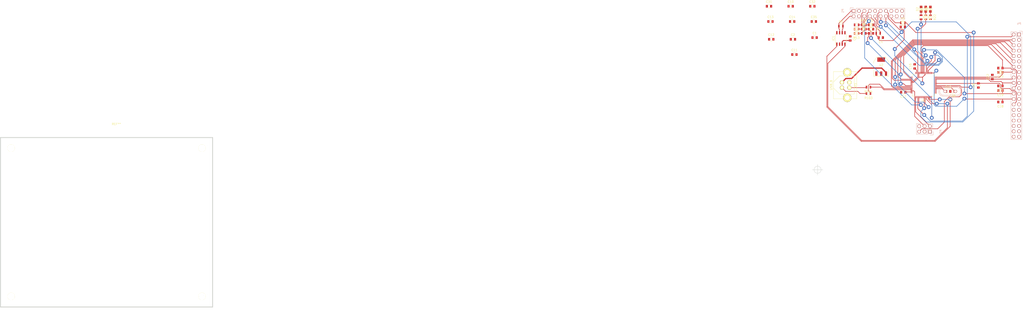
<source format=kicad_pcb>
(kicad_pcb (version 4) (host pcbnew 4.0.0-rc1-stable)

  (general
    (links 163)
    (no_connects 76)
    (area 0 0 0 0)
    (thickness 1.6)
    (drawings 1)
    (tracks 441)
    (zones 0)
    (modules 53)
    (nets 74)
  )

  (page A4)
  (layers
    (0 F.Cu signal)
    (31 B.Cu signal)
    (32 B.Adhes user)
    (33 F.Adhes user)
    (34 B.Paste user)
    (35 F.Paste user)
    (36 B.SilkS user)
    (37 F.SilkS user)
    (38 B.Mask user)
    (39 F.Mask user)
    (40 Dwgs.User user)
    (41 Cmts.User user)
    (42 Eco1.User user)
    (43 Eco2.User user)
    (44 Edge.Cuts user)
    (45 Margin user)
    (46 B.CrtYd user)
    (47 F.CrtYd user)
    (48 B.Fab user)
    (49 F.Fab user)
  )

  (setup
    (last_trace_width 0.25)
    (user_trace_width 0.4)
    (user_trace_width 0.6)
    (user_trace_width 0.8)
    (user_trace_width 1)
    (user_trace_width 2)
    (trace_clearance 0.2)
    (zone_clearance 0.508)
    (zone_45_only no)
    (trace_min 0.2)
    (segment_width 0.2)
    (edge_width 0.15)
    (via_size 1.8)
    (via_drill 0.9)
    (via_min_size 0.4)
    (via_min_drill 0.3)
    (uvia_size 0.3)
    (uvia_drill 0.1)
    (uvias_allowed no)
    (uvia_min_size 0.2)
    (uvia_min_drill 0.1)
    (pcb_text_width 0.3)
    (pcb_text_size 1 1)
    (mod_edge_width 0.15)
    (mod_text_size 1 1)
    (mod_text_width 0.15)
    (pad_size 3.6576 2.032)
    (pad_drill 0.6)
    (pad_to_mask_clearance 0)
    (aux_axis_origin 0 0)
    (visible_elements FFFFFF3F)
    (pcbplotparams
      (layerselection 0x00030_80000001)
      (usegerberextensions false)
      (excludeedgelayer true)
      (linewidth 0.100000)
      (plotframeref false)
      (viasonmask false)
      (mode 1)
      (useauxorigin false)
      (hpglpennumber 1)
      (hpglpenspeed 20)
      (hpglpendiameter 15)
      (hpglpenoverlay 2)
      (psnegative false)
      (psa4output false)
      (plotreference true)
      (plotvalue true)
      (plotinvisibletext false)
      (padsonsilk false)
      (subtractmaskfromsilk false)
      (outputformat 1)
      (mirror false)
      (drillshape 1)
      (scaleselection 1)
      (outputdirectory ""))
  )

  (net 0 "")
  (net 1 "Net-(C1-Pad1)")
  (net 2 GND)
  (net 3 +3V3)
  (net 4 /MCU/SERVO)
  (net 5 /Filters/TEMP_IN)
  (net 6 /Filters/HALL3_OUT)
  (net 7 /Filters/HALL2_OUT)
  (net 8 /Filters/HALL1_OUT)
  (net 9 /MCU/AN_IN)
  (net 10 "Net-(C15-Pad1)")
  (net 11 "Net-(C16-Pad1)")
  (net 12 "Net-(C17-Pad1)")
  (net 13 NRST)
  (net 14 "Net-(C38-Pad1)")
  (net 15 "Net-(D1-Pad1)")
  (net 16 "Net-(D2-Pad1)")
  (net 17 "Net-(D3-Pad1)")
  (net 18 "/CAN bus transceiver/CANH")
  (net 19 "/CAN bus transceiver/CANL")
  (net 20 /Filters/HALL3_IN)
  (net 21 /Filters/HALL2_IN)
  (net 22 /Filters/HALL1_IN)
  (net 23 /MCU/SCK_ADC_EXT)
  (net 24 /MCU/TX_SDA_NSS)
  (net 25 /MCU/RX_SCL_MOSI)
  (net 26 /MCU/MISO_ADC_EXT2)
  (net 27 "Net-(P1-Pad16)")
  (net 28 "Net-(P1-Pad18)")
  (net 29 "Net-(P1-Pad19)")
  (net 30 "Net-(P1-Pad20)")
  (net 31 SWCLK)
  (net 32 SWDIO)
  (net 33 "Net-(P2-Pad6)")
  (net 34 /MCU/EN_GATE)
  (net 35 /MCU/H1)
  (net 36 /MCU/L1)
  (net 37 /MCU/H2)
  (net 38 /MCU/L2)
  (net 39 /MCU/H3)
  (net 40 /MCU/L3)
  (net 41 /MCU/SENS1)
  (net 42 /MCU/SENS2)
  (net 43 /MCU/SENS3)
  (net 44 /MCU/LED_GREEN)
  (net 45 /MCU/LED_RED)
  (net 46 /MCU/USB_DM)
  (net 47 /MCU/USB_DP)
  (net 48 "Net-(U1-Pad2)")
  (net 49 "Net-(U1-Pad3)")
  (net 50 "Net-(U1-Pad4)")
  (net 51 "Net-(U1-Pad9)")
  (net 52 "Net-(U1-Pad11)")
  (net 53 /MCU/ADC_TEMP)
  (net 54 /MCU/BR_SO2)
  (net 55 /MCU/BR_SO1)
  (net 56 "Net-(U1-Pad28)")
  (net 57 /MCU/DC_CAL)
  (net 58 "Net-(U1-Pad39)")
  (net 59 "Net-(U1-Pad40)")
  (net 60 "Net-(U1-Pad50)")
  (net 61 /MCU/FAULT)
  (net 62 "Net-(U1-Pad54)")
  (net 63 "Net-(U1-Pad55)")
  (net 64 "Net-(U1-Pad56)")
  (net 65 "/CAN bus transceiver/CAN_RX")
  (net 66 "/CAN bus transceiver/CAN_TX")
  (net 67 +12V)
  (net 68 "Net-(P4-Pad34)")
  (net 69 "Net-(P4-Pad36)")
  (net 70 "Net-(P3-Pad2)")
  (net 71 "Net-(P3-Pad3)")
  (net 72 "Net-(P4-Pad30)")
  (net 73 "Net-(P4-Pad32)")

  (net_class Default "Dies ist die voreingestellte Netzklasse."
    (clearance 0.2)
    (trace_width 0.25)
    (via_dia 1.8)
    (via_drill 0.9)
    (uvia_dia 0.3)
    (uvia_drill 0.1)
    (add_net +12V)
    (add_net +3V3)
    (add_net "/CAN bus transceiver/CANH")
    (add_net "/CAN bus transceiver/CANL")
    (add_net "/CAN bus transceiver/CAN_RX")
    (add_net "/CAN bus transceiver/CAN_TX")
    (add_net /Filters/HALL1_IN)
    (add_net /Filters/HALL1_OUT)
    (add_net /Filters/HALL2_IN)
    (add_net /Filters/HALL2_OUT)
    (add_net /Filters/HALL3_IN)
    (add_net /Filters/HALL3_OUT)
    (add_net /Filters/TEMP_IN)
    (add_net /MCU/ADC_TEMP)
    (add_net /MCU/AN_IN)
    (add_net /MCU/BR_SO1)
    (add_net /MCU/BR_SO2)
    (add_net /MCU/DC_CAL)
    (add_net /MCU/EN_GATE)
    (add_net /MCU/FAULT)
    (add_net /MCU/H1)
    (add_net /MCU/H2)
    (add_net /MCU/H3)
    (add_net /MCU/L1)
    (add_net /MCU/L2)
    (add_net /MCU/L3)
    (add_net /MCU/LED_GREEN)
    (add_net /MCU/LED_RED)
    (add_net /MCU/MISO_ADC_EXT2)
    (add_net /MCU/RX_SCL_MOSI)
    (add_net /MCU/SCK_ADC_EXT)
    (add_net /MCU/SENS1)
    (add_net /MCU/SENS2)
    (add_net /MCU/SENS3)
    (add_net /MCU/SERVO)
    (add_net /MCU/TX_SDA_NSS)
    (add_net /MCU/USB_DM)
    (add_net /MCU/USB_DP)
    (add_net GND)
    (add_net NRST)
    (add_net "Net-(C1-Pad1)")
    (add_net "Net-(C15-Pad1)")
    (add_net "Net-(C16-Pad1)")
    (add_net "Net-(C17-Pad1)")
    (add_net "Net-(C38-Pad1)")
    (add_net "Net-(D1-Pad1)")
    (add_net "Net-(D2-Pad1)")
    (add_net "Net-(D3-Pad1)")
    (add_net "Net-(P1-Pad16)")
    (add_net "Net-(P1-Pad18)")
    (add_net "Net-(P1-Pad19)")
    (add_net "Net-(P1-Pad20)")
    (add_net "Net-(P2-Pad6)")
    (add_net "Net-(P3-Pad2)")
    (add_net "Net-(P3-Pad3)")
    (add_net "Net-(P4-Pad30)")
    (add_net "Net-(P4-Pad32)")
    (add_net "Net-(P4-Pad34)")
    (add_net "Net-(P4-Pad36)")
    (add_net "Net-(U1-Pad11)")
    (add_net "Net-(U1-Pad2)")
    (add_net "Net-(U1-Pad28)")
    (add_net "Net-(U1-Pad3)")
    (add_net "Net-(U1-Pad39)")
    (add_net "Net-(U1-Pad4)")
    (add_net "Net-(U1-Pad40)")
    (add_net "Net-(U1-Pad50)")
    (add_net "Net-(U1-Pad54)")
    (add_net "Net-(U1-Pad55)")
    (add_net "Net-(U1-Pad56)")
    (add_net "Net-(U1-Pad9)")
    (add_net SWCLK)
    (add_net SWDIO)
  )

  (module Capacitors_SMD:C_0805 (layer F.Cu) (tedit 5415D6EA) (tstamp 57518BC2)
    (at 258.4 48.2 90)
    (descr "Capacitor SMD 0805, reflow soldering, AVX (see smccp.pdf)")
    (tags "capacitor 0805")
    (path /5757FA79)
    (attr smd)
    (fp_text reference C22 (at 0 -2.1 90) (layer F.SilkS)
      (effects (font (size 1 1) (thickness 0.15)))
    )
    (fp_text value 1n (at 0 2.1 90) (layer F.Fab)
      (effects (font (size 1 1) (thickness 0.15)))
    )
    (fp_line (start -1.8 -1) (end 1.8 -1) (layer F.CrtYd) (width 0.05))
    (fp_line (start -1.8 1) (end 1.8 1) (layer F.CrtYd) (width 0.05))
    (fp_line (start -1.8 -1) (end -1.8 1) (layer F.CrtYd) (width 0.05))
    (fp_line (start 1.8 -1) (end 1.8 1) (layer F.CrtYd) (width 0.05))
    (fp_line (start 0.5 -0.85) (end -0.5 -0.85) (layer F.SilkS) (width 0.15))
    (fp_line (start -0.5 0.85) (end 0.5 0.85) (layer F.SilkS) (width 0.15))
    (pad 1 smd rect (at -1 0 90) (size 1 1.25) (layers F.Cu F.Paste F.Mask)
      (net 42 /MCU/SENS2))
    (pad 2 smd rect (at 1 0 90) (size 1 1.25) (layers F.Cu F.Paste F.Mask)
      (net 2 GND))
    (model Capacitors_SMD.3dshapes/C_0805.wrl
      (at (xyz 0 0 0))
      (scale (xyz 1 1 1))
      (rotate (xyz 0 0 0))
    )
  )

  (module Pin_Headers:Pin_Header_Straight_2x10 (layer B.Cu) (tedit 0) (tstamp 57517081)
    (at 193 17 270)
    (descr "Through hole pin header")
    (tags "pin header")
    (path /57528DF6)
    (fp_text reference P1 (at 0 5.1 270) (layer B.SilkS)
      (effects (font (size 1 1) (thickness 0.15)) (justify mirror))
    )
    (fp_text value Interface (at 0 3.1 270) (layer B.Fab)
      (effects (font (size 1 1) (thickness 0.15)) (justify mirror))
    )
    (fp_line (start -1.75 1.75) (end -1.75 -24.65) (layer B.CrtYd) (width 0.05))
    (fp_line (start 4.3 1.75) (end 4.3 -24.65) (layer B.CrtYd) (width 0.05))
    (fp_line (start -1.75 1.75) (end 4.3 1.75) (layer B.CrtYd) (width 0.05))
    (fp_line (start -1.75 -24.65) (end 4.3 -24.65) (layer B.CrtYd) (width 0.05))
    (fp_line (start 3.81 -24.13) (end 3.81 1.27) (layer B.SilkS) (width 0.15))
    (fp_line (start -1.27 -1.27) (end -1.27 -24.13) (layer B.SilkS) (width 0.15))
    (fp_line (start 3.81 -24.13) (end -1.27 -24.13) (layer B.SilkS) (width 0.15))
    (fp_line (start 3.81 1.27) (end 1.27 1.27) (layer B.SilkS) (width 0.15))
    (fp_line (start 0 1.55) (end -1.55 1.55) (layer B.SilkS) (width 0.15))
    (fp_line (start 1.27 1.27) (end 1.27 -1.27) (layer B.SilkS) (width 0.15))
    (fp_line (start 1.27 -1.27) (end -1.27 -1.27) (layer B.SilkS) (width 0.15))
    (fp_line (start -1.55 1.55) (end -1.55 0) (layer B.SilkS) (width 0.15))
    (pad 1 thru_hole rect (at 0 0 270) (size 1.7272 1.7272) (drill 1.016) (layers *.Cu *.Mask B.SilkS)
      (net 18 "/CAN bus transceiver/CANH"))
    (pad 2 thru_hole oval (at 2.54 0 270) (size 1.7272 1.7272) (drill 1.016) (layers *.Cu *.Mask B.SilkS)
      (net 19 "/CAN bus transceiver/CANL"))
    (pad 3 thru_hole oval (at 0 -2.54 270) (size 1.7272 1.7272) (drill 1.016) (layers *.Cu *.Mask B.SilkS)
      (net 2 GND))
    (pad 4 thru_hole oval (at 2.54 -2.54 270) (size 1.7272 1.7272) (drill 1.016) (layers *.Cu *.Mask B.SilkS)
      (net 3 +3V3))
    (pad 5 thru_hole oval (at 0 -5.08 270) (size 1.7272 1.7272) (drill 1.016) (layers *.Cu *.Mask B.SilkS)
      (net 20 /Filters/HALL3_IN))
    (pad 6 thru_hole oval (at 2.54 -5.08 270) (size 1.7272 1.7272) (drill 1.016) (layers *.Cu *.Mask B.SilkS)
      (net 21 /Filters/HALL2_IN))
    (pad 7 thru_hole oval (at 0 -7.62 270) (size 1.7272 1.7272) (drill 1.016) (layers *.Cu *.Mask B.SilkS)
      (net 22 /Filters/HALL1_IN))
    (pad 8 thru_hole oval (at 2.54 -7.62 270) (size 1.7272 1.7272) (drill 1.016) (layers *.Cu *.Mask B.SilkS)
      (net 5 /Filters/TEMP_IN))
    (pad 9 thru_hole oval (at 0 -10.16 270) (size 1.7272 1.7272) (drill 1.016) (layers *.Cu *.Mask B.SilkS)
      (net 2 GND))
    (pad 10 thru_hole oval (at 2.54 -10.16 270) (size 1.7272 1.7272) (drill 1.016) (layers *.Cu *.Mask B.SilkS)
      (net 3 +3V3))
    (pad 11 thru_hole oval (at 0 -12.7 270) (size 1.7272 1.7272) (drill 1.016) (layers *.Cu *.Mask B.SilkS)
      (net 23 /MCU/SCK_ADC_EXT))
    (pad 12 thru_hole oval (at 2.54 -12.7 270) (size 1.7272 1.7272) (drill 1.016) (layers *.Cu *.Mask B.SilkS)
      (net 24 /MCU/TX_SDA_NSS))
    (pad 13 thru_hole oval (at 0 -15.24 270) (size 1.7272 1.7272) (drill 1.016) (layers *.Cu *.Mask B.SilkS)
      (net 25 /MCU/RX_SCL_MOSI))
    (pad 14 thru_hole oval (at 2.54 -15.24 270) (size 1.7272 1.7272) (drill 1.016) (layers *.Cu *.Mask B.SilkS)
      (net 26 /MCU/MISO_ADC_EXT2))
    (pad 15 thru_hole oval (at 0 -17.78 270) (size 1.7272 1.7272) (drill 1.016) (layers *.Cu *.Mask B.SilkS)
      (net 2 GND))
    (pad 16 thru_hole oval (at 2.54 -17.78 270) (size 1.7272 1.7272) (drill 1.016) (layers *.Cu *.Mask B.SilkS)
      (net 27 "Net-(P1-Pad16)"))
    (pad 17 thru_hole oval (at 0 -20.32 270) (size 1.7272 1.7272) (drill 1.016) (layers *.Cu *.Mask B.SilkS)
      (net 2 GND))
    (pad 18 thru_hole oval (at 2.54 -20.32 270) (size 1.7272 1.7272) (drill 1.016) (layers *.Cu *.Mask B.SilkS)
      (net 28 "Net-(P1-Pad18)"))
    (pad 19 thru_hole oval (at 0 -22.86 270) (size 1.7272 1.7272) (drill 1.016) (layers *.Cu *.Mask B.SilkS)
      (net 29 "Net-(P1-Pad19)"))
    (pad 20 thru_hole oval (at 2.54 -22.86 270) (size 1.7272 1.7272) (drill 1.016) (layers *.Cu *.Mask B.SilkS)
      (net 30 "Net-(P1-Pad20)"))
    (model Pin_Headers.3dshapes/Pin_Header_Straight_2x10.wrl
      (at (xyz 0.05 -0.45 0))
      (scale (xyz 1 1 1))
      (rotate (xyz 0 0 90))
    )
  )

  (module Housings_QFP:LQFP-64_10x10mm_Pitch0.5mm (layer F.Cu) (tedit 54130A77) (tstamp 57517153)
    (at 226 52 180)
    (descr "64 LEAD LQFP 10x10mm (see MICREL LQFP10x10-64LD-PL-1.pdf)")
    (tags "QFP 0.5")
    (path /53F7501A/53F757A7)
    (attr smd)
    (fp_text reference U1 (at 0 -7.2 180) (layer F.SilkS)
      (effects (font (size 1 1) (thickness 0.15)))
    )
    (fp_text value STM32F40X_LQFP64 (at 0 7.2 180) (layer F.Fab)
      (effects (font (size 1 1) (thickness 0.15)))
    )
    (fp_line (start -6.45 -6.45) (end -6.45 6.45) (layer F.CrtYd) (width 0.05))
    (fp_line (start 6.45 -6.45) (end 6.45 6.45) (layer F.CrtYd) (width 0.05))
    (fp_line (start -6.45 -6.45) (end 6.45 -6.45) (layer F.CrtYd) (width 0.05))
    (fp_line (start -6.45 6.45) (end 6.45 6.45) (layer F.CrtYd) (width 0.05))
    (fp_line (start -5.175 -5.175) (end -5.175 -4.1) (layer F.SilkS) (width 0.15))
    (fp_line (start 5.175 -5.175) (end 5.175 -4.1) (layer F.SilkS) (width 0.15))
    (fp_line (start 5.175 5.175) (end 5.175 4.1) (layer F.SilkS) (width 0.15))
    (fp_line (start -5.175 5.175) (end -5.175 4.1) (layer F.SilkS) (width 0.15))
    (fp_line (start -5.175 -5.175) (end -4.1 -5.175) (layer F.SilkS) (width 0.15))
    (fp_line (start -5.175 5.175) (end -4.1 5.175) (layer F.SilkS) (width 0.15))
    (fp_line (start 5.175 5.175) (end 4.1 5.175) (layer F.SilkS) (width 0.15))
    (fp_line (start 5.175 -5.175) (end 4.1 -5.175) (layer F.SilkS) (width 0.15))
    (fp_line (start -5.175 -4.1) (end -6.2 -4.1) (layer F.SilkS) (width 0.15))
    (pad 1 smd rect (at -5.7 -3.75 180) (size 1 0.25) (layers F.Cu F.Paste F.Mask)
      (net 3 +3V3))
    (pad 2 smd rect (at -5.7 -3.25 180) (size 1 0.25) (layers F.Cu F.Paste F.Mask)
      (net 48 "Net-(U1-Pad2)"))
    (pad 3 smd rect (at -5.7 -2.75 180) (size 1 0.25) (layers F.Cu F.Paste F.Mask)
      (net 49 "Net-(U1-Pad3)"))
    (pad 4 smd rect (at -5.7 -2.25 180) (size 1 0.25) (layers F.Cu F.Paste F.Mask)
      (net 50 "Net-(U1-Pad4)"))
    (pad 5 smd rect (at -5.7 -1.75 180) (size 1 0.25) (layers F.Cu F.Paste F.Mask)
      (net 10 "Net-(C15-Pad1)"))
    (pad 6 smd rect (at -5.7 -1.25 180) (size 1 0.25) (layers F.Cu F.Paste F.Mask)
      (net 14 "Net-(C38-Pad1)"))
    (pad 7 smd rect (at -5.7 -0.75 180) (size 1 0.25) (layers F.Cu F.Paste F.Mask)
      (net 13 NRST))
    (pad 8 smd rect (at -5.7 -0.25 180) (size 1 0.25) (layers F.Cu F.Paste F.Mask)
      (net 5 /Filters/TEMP_IN))
    (pad 9 smd rect (at -5.7 0.25 180) (size 1 0.25) (layers F.Cu F.Paste F.Mask)
      (net 51 "Net-(U1-Pad9)"))
    (pad 10 smd rect (at -5.7 0.75 180) (size 1 0.25) (layers F.Cu F.Paste F.Mask)
      (net 9 /MCU/AN_IN))
    (pad 11 smd rect (at -5.7 1.25 180) (size 1 0.25) (layers F.Cu F.Paste F.Mask)
      (net 52 "Net-(U1-Pad11)"))
    (pad 12 smd rect (at -5.7 1.75 180) (size 1 0.25) (layers F.Cu F.Paste F.Mask)
      (net 2 GND))
    (pad 13 smd rect (at -5.7 2.25 180) (size 1 0.25) (layers F.Cu F.Paste F.Mask)
      (net 3 +3V3))
    (pad 14 smd rect (at -5.7 2.75 180) (size 1 0.25) (layers F.Cu F.Paste F.Mask)
      (net 43 /MCU/SENS3))
    (pad 15 smd rect (at -5.7 3.25 180) (size 1 0.25) (layers F.Cu F.Paste F.Mask)
      (net 42 /MCU/SENS2))
    (pad 16 smd rect (at -5.7 3.75 180) (size 1 0.25) (layers F.Cu F.Paste F.Mask)
      (net 41 /MCU/SENS1))
    (pad 17 smd rect (at -3.75 5.7 270) (size 1 0.25) (layers F.Cu F.Paste F.Mask)
      (net 53 /MCU/ADC_TEMP))
    (pad 18 smd rect (at -3.25 5.7 270) (size 1 0.25) (layers F.Cu F.Paste F.Mask)
      (net 2 GND))
    (pad 19 smd rect (at -2.75 5.7 270) (size 1 0.25) (layers F.Cu F.Paste F.Mask)
      (net 3 +3V3))
    (pad 20 smd rect (at -2.25 5.7 270) (size 1 0.25) (layers F.Cu F.Paste F.Mask)
      (net 24 /MCU/TX_SDA_NSS))
    (pad 21 smd rect (at -1.75 5.7 270) (size 1 0.25) (layers F.Cu F.Paste F.Mask)
      (net 23 /MCU/SCK_ADC_EXT))
    (pad 22 smd rect (at -1.25 5.7 270) (size 1 0.25) (layers F.Cu F.Paste F.Mask)
      (net 26 /MCU/MISO_ADC_EXT2))
    (pad 23 smd rect (at -0.75 5.7 270) (size 1 0.25) (layers F.Cu F.Paste F.Mask)
      (net 25 /MCU/RX_SCL_MOSI))
    (pad 24 smd rect (at -0.25 5.7 270) (size 1 0.25) (layers F.Cu F.Paste F.Mask)
      (net 44 /MCU/LED_GREEN))
    (pad 25 smd rect (at 0.25 5.7 270) (size 1 0.25) (layers F.Cu F.Paste F.Mask)
      (net 45 /MCU/LED_RED))
    (pad 26 smd rect (at 0.75 5.7 270) (size 1 0.25) (layers F.Cu F.Paste F.Mask)
      (net 54 /MCU/BR_SO2))
    (pad 27 smd rect (at 1.25 5.7 270) (size 1 0.25) (layers F.Cu F.Paste F.Mask)
      (net 55 /MCU/BR_SO1))
    (pad 28 smd rect (at 1.75 5.7 270) (size 1 0.25) (layers F.Cu F.Paste F.Mask)
      (net 56 "Net-(U1-Pad28)"))
    (pad 29 smd rect (at 2.25 5.7 270) (size 1 0.25) (layers F.Cu F.Paste F.Mask)
      (net 25 /MCU/RX_SCL_MOSI))
    (pad 30 smd rect (at 2.75 5.7 270) (size 1 0.25) (layers F.Cu F.Paste F.Mask)
      (net 24 /MCU/TX_SDA_NSS))
    (pad 31 smd rect (at 3.25 5.7 270) (size 1 0.25) (layers F.Cu F.Paste F.Mask)
      (net 11 "Net-(C16-Pad1)"))
    (pad 32 smd rect (at 3.75 5.7 270) (size 1 0.25) (layers F.Cu F.Paste F.Mask)
      (net 3 +3V3))
    (pad 33 smd rect (at 5.7 3.75 180) (size 1 0.25) (layers F.Cu F.Paste F.Mask)
      (net 57 /MCU/DC_CAL))
    (pad 34 smd rect (at 5.7 3.25 180) (size 1 0.25) (layers F.Cu F.Paste F.Mask)
      (net 40 /MCU/L3))
    (pad 35 smd rect (at 5.7 2.75 180) (size 1 0.25) (layers F.Cu F.Paste F.Mask)
      (net 38 /MCU/L2))
    (pad 36 smd rect (at 5.7 2.25 180) (size 1 0.25) (layers F.Cu F.Paste F.Mask)
      (net 36 /MCU/L1))
    (pad 37 smd rect (at 5.7 1.75 180) (size 1 0.25) (layers F.Cu F.Paste F.Mask)
      (net 24 /MCU/TX_SDA_NSS))
    (pad 38 smd rect (at 5.7 1.25 180) (size 1 0.25) (layers F.Cu F.Paste F.Mask)
      (net 25 /MCU/RX_SCL_MOSI))
    (pad 39 smd rect (at 5.7 0.75 180) (size 1 0.25) (layers F.Cu F.Paste F.Mask)
      (net 58 "Net-(U1-Pad39)"))
    (pad 40 smd rect (at 5.7 0.25 180) (size 1 0.25) (layers F.Cu F.Paste F.Mask)
      (net 59 "Net-(U1-Pad40)"))
    (pad 41 smd rect (at 5.7 -0.25 180) (size 1 0.25) (layers F.Cu F.Paste F.Mask)
      (net 39 /MCU/H3))
    (pad 42 smd rect (at 5.7 -0.75 180) (size 1 0.25) (layers F.Cu F.Paste F.Mask)
      (net 37 /MCU/H2))
    (pad 43 smd rect (at 5.7 -1.25 180) (size 1 0.25) (layers F.Cu F.Paste F.Mask)
      (net 35 /MCU/H1))
    (pad 44 smd rect (at 5.7 -1.75 180) (size 1 0.25) (layers F.Cu F.Paste F.Mask)
      (net 46 /MCU/USB_DM))
    (pad 45 smd rect (at 5.7 -2.25 180) (size 1 0.25) (layers F.Cu F.Paste F.Mask)
      (net 47 /MCU/USB_DP))
    (pad 46 smd rect (at 5.7 -2.75 180) (size 1 0.25) (layers F.Cu F.Paste F.Mask)
      (net 32 SWDIO))
    (pad 47 smd rect (at 5.7 -3.25 180) (size 1 0.25) (layers F.Cu F.Paste F.Mask)
      (net 12 "Net-(C17-Pad1)"))
    (pad 48 smd rect (at 5.7 -3.75 180) (size 1 0.25) (layers F.Cu F.Paste F.Mask)
      (net 3 +3V3))
    (pad 49 smd rect (at 3.75 -5.7 270) (size 1 0.25) (layers F.Cu F.Paste F.Mask)
      (net 31 SWCLK))
    (pad 50 smd rect (at 3.25 -5.7 270) (size 1 0.25) (layers F.Cu F.Paste F.Mask)
      (net 60 "Net-(U1-Pad50)"))
    (pad 51 smd rect (at 2.75 -5.7 270) (size 1 0.25) (layers F.Cu F.Paste F.Mask)
      (net 34 /MCU/EN_GATE))
    (pad 52 smd rect (at 2.25 -5.7 270) (size 1 0.25) (layers F.Cu F.Paste F.Mask)
      (net 6 /Filters/HALL3_OUT))
    (pad 53 smd rect (at 1.75 -5.7 270) (size 1 0.25) (layers F.Cu F.Paste F.Mask)
      (net 61 /MCU/FAULT))
    (pad 54 smd rect (at 1.25 -5.7 270) (size 1 0.25) (layers F.Cu F.Paste F.Mask)
      (net 62 "Net-(U1-Pad54)"))
    (pad 55 smd rect (at 0.75 -5.7 270) (size 1 0.25) (layers F.Cu F.Paste F.Mask)
      (net 63 "Net-(U1-Pad55)"))
    (pad 56 smd rect (at 0.25 -5.7 270) (size 1 0.25) (layers F.Cu F.Paste F.Mask)
      (net 64 "Net-(U1-Pad56)"))
    (pad 57 smd rect (at -0.25 -5.7 270) (size 1 0.25) (layers F.Cu F.Paste F.Mask)
      (net 4 /MCU/SERVO))
    (pad 58 smd rect (at -0.75 -5.7 270) (size 1 0.25) (layers F.Cu F.Paste F.Mask)
      (net 8 /Filters/HALL1_OUT))
    (pad 59 smd rect (at -1.25 -5.7 270) (size 1 0.25) (layers F.Cu F.Paste F.Mask)
      (net 7 /Filters/HALL2_OUT))
    (pad 60 smd rect (at -1.75 -5.7 270) (size 1 0.25) (layers F.Cu F.Paste F.Mask)
      (net 2 GND))
    (pad 61 smd rect (at -2.25 -5.7 270) (size 1 0.25) (layers F.Cu F.Paste F.Mask)
      (net 65 "/CAN bus transceiver/CAN_RX"))
    (pad 62 smd rect (at -2.75 -5.7 270) (size 1 0.25) (layers F.Cu F.Paste F.Mask)
      (net 66 "/CAN bus transceiver/CAN_TX"))
    (pad 63 smd rect (at -3.25 -5.7 270) (size 1 0.25) (layers F.Cu F.Paste F.Mask)
      (net 2 GND))
    (pad 64 smd rect (at -3.75 -5.7 270) (size 1 0.25) (layers F.Cu F.Paste F.Mask)
      (net 3 +3V3))
    (model Housings_QFP.3dshapes/LQFP-64_10x10mm_Pitch0.5mm.wrl
      (at (xyz 0 0 0))
      (scale (xyz 1 1 1))
      (rotate (xyz 0 0 0))
    )
  )

  (module EuroBoard_Outline:EuroBoard_halb_Type-I_100mmX80mm_holes locked (layer F.Cu) (tedit 0) (tstamp 575176E1)
    (at -209.20108 156.80126)
    (descr "Outline, Eurocard 1/2, Type I, 100x80mm, with holes 3,5mm")
    (tags "Outline, Eurocard 1/2, Type I, 100x80mm, with holes 3,5mm")
    (fp_text reference REF** (at 54.61 -86.36) (layer F.SilkS)
      (effects (font (size 1 1) (thickness 0.15)))
    )
    (fp_text value EuroBoard_halb_Type-I_100mmX80mm_holes (at 53.34 7.62) (layer F.Fab)
      (effects (font (size 1 1) (thickness 0.15)))
    )
    (fp_line (start 0 0) (end 0 -79.99984) (layer Edge.Cuts) (width 0.381))
    (fp_line (start 0 -79.99984) (end 99.9998 -79.99984) (layer Edge.Cuts) (width 0.381))
    (fp_line (start 99.9998 -79.99984) (end 99.9998 0) (layer Edge.Cuts) (width 0.381))
    (fp_line (start 99.9998 0) (end 0 0) (layer Edge.Cuts) (width 0.381))
    (pad "" np_thru_hole circle (at 5.00126 -5.00126) (size 3.50012 3.50012) (drill 3.50012) (layers *.Cu *.Mask F.SilkS))
    (pad "" np_thru_hole circle (at 5.00126 -75.00112) (size 3.50012 3.50012) (drill 3.50012) (layers *.Cu *.Mask F.SilkS))
    (pad "" np_thru_hole circle (at 95.00108 -75.00112) (size 3.50012 3.50012) (drill 3.50012) (layers *.Cu *.Mask F.SilkS))
    (pad "" np_thru_hole circle (at 95.00108 -5.00126) (size 3.50012 3.50012) (drill 3.50012) (layers *.Cu *.Mask F.SilkS))
  )

  (module Capacitors_SMD:C_0805 (layer F.Cu) (tedit 5415D6EA) (tstamp 57516FEB)
    (at 216.2 24.6)
    (descr "Capacitor SMD 0805, reflow soldering, AVX (see smccp.pdf)")
    (tags "capacitor 0805")
    (path /522DA0A7)
    (attr smd)
    (fp_text reference C3 (at 0 -2.1) (layer F.SilkS)
      (effects (font (size 1 1) (thickness 0.15)))
    )
    (fp_text value 100n (at 0 2.1) (layer F.Fab)
      (effects (font (size 1 1) (thickness 0.15)))
    )
    (fp_line (start -1.8 -1) (end 1.8 -1) (layer F.CrtYd) (width 0.05))
    (fp_line (start -1.8 1) (end 1.8 1) (layer F.CrtYd) (width 0.05))
    (fp_line (start -1.8 -1) (end -1.8 1) (layer F.CrtYd) (width 0.05))
    (fp_line (start 1.8 -1) (end 1.8 1) (layer F.CrtYd) (width 0.05))
    (fp_line (start 0.5 -0.85) (end -0.5 -0.85) (layer F.SilkS) (width 0.15))
    (fp_line (start -0.5 0.85) (end 0.5 0.85) (layer F.SilkS) (width 0.15))
    (pad 1 smd rect (at -1 0) (size 1 1.25) (layers F.Cu F.Paste F.Mask)
      (net 2 GND))
    (pad 2 smd rect (at 1 0) (size 1 1.25) (layers F.Cu F.Paste F.Mask)
      (net 4 /MCU/SERVO))
    (model Capacitors_SMD.3dshapes/C_0805.wrl
      (at (xyz 0 0 0))
      (scale (xyz 1 1 1))
      (rotate (xyz 0 0 0))
    )
  )

  (module Capacitors_SMD:C_0805 (layer F.Cu) (tedit 5415D6EA) (tstamp 57516FF1)
    (at 205.8 29.6 180)
    (descr "Capacitor SMD 0805, reflow soldering, AVX (see smccp.pdf)")
    (tags "capacitor 0805")
    (path /53FBA77E/53FBB5CD)
    (attr smd)
    (fp_text reference C4 (at 0 -2.1 180) (layer F.SilkS)
      (effects (font (size 1 1) (thickness 0.15)))
    )
    (fp_text value 4n7 (at 0 2.1 180) (layer F.Fab)
      (effects (font (size 1 1) (thickness 0.15)))
    )
    (fp_line (start -1.8 -1) (end 1.8 -1) (layer F.CrtYd) (width 0.05))
    (fp_line (start -1.8 1) (end 1.8 1) (layer F.CrtYd) (width 0.05))
    (fp_line (start -1.8 -1) (end -1.8 1) (layer F.CrtYd) (width 0.05))
    (fp_line (start 1.8 -1) (end 1.8 1) (layer F.CrtYd) (width 0.05))
    (fp_line (start 0.5 -0.85) (end -0.5 -0.85) (layer F.SilkS) (width 0.15))
    (fp_line (start -0.5 0.85) (end 0.5 0.85) (layer F.SilkS) (width 0.15))
    (pad 1 smd rect (at -1 0 180) (size 1 1.25) (layers F.Cu F.Paste F.Mask)
      (net 2 GND))
    (pad 2 smd rect (at 1 0 180) (size 1 1.25) (layers F.Cu F.Paste F.Mask)
      (net 5 /Filters/TEMP_IN))
    (model Capacitors_SMD.3dshapes/C_0805.wrl
      (at (xyz 0 0 0))
      (scale (xyz 1 1 1))
      (rotate (xyz 0 0 0))
    )
  )

  (module Capacitors_SMD:C_0805 (layer F.Cu) (tedit 5415D6EA) (tstamp 57516FF7)
    (at 201.2 23.6)
    (descr "Capacitor SMD 0805, reflow soldering, AVX (see smccp.pdf)")
    (tags "capacitor 0805")
    (path /53FBA77E/53FBB59D)
    (attr smd)
    (fp_text reference C5 (at 0 -2.1) (layer F.SilkS)
      (effects (font (size 1 1) (thickness 0.15)))
    )
    (fp_text value 4n7 (at 0 2.1) (layer F.Fab)
      (effects (font (size 1 1) (thickness 0.15)))
    )
    (fp_line (start -1.8 -1) (end 1.8 -1) (layer F.CrtYd) (width 0.05))
    (fp_line (start -1.8 1) (end 1.8 1) (layer F.CrtYd) (width 0.05))
    (fp_line (start -1.8 -1) (end -1.8 1) (layer F.CrtYd) (width 0.05))
    (fp_line (start 1.8 -1) (end 1.8 1) (layer F.CrtYd) (width 0.05))
    (fp_line (start 0.5 -0.85) (end -0.5 -0.85) (layer F.SilkS) (width 0.15))
    (fp_line (start -0.5 0.85) (end 0.5 0.85) (layer F.SilkS) (width 0.15))
    (pad 1 smd rect (at -1 0) (size 1 1.25) (layers F.Cu F.Paste F.Mask)
      (net 6 /Filters/HALL3_OUT))
    (pad 2 smd rect (at 1 0) (size 1 1.25) (layers F.Cu F.Paste F.Mask)
      (net 2 GND))
    (model Capacitors_SMD.3dshapes/C_0805.wrl
      (at (xyz 0 0 0))
      (scale (xyz 1 1 1))
      (rotate (xyz 0 0 0))
    )
  )

  (module Capacitors_SMD:C_0805 (layer F.Cu) (tedit 5415D6EA) (tstamp 57516FFD)
    (at 201.2 25.6)
    (descr "Capacitor SMD 0805, reflow soldering, AVX (see smccp.pdf)")
    (tags "capacitor 0805")
    (path /53FBA77E/53FBB5A4)
    (attr smd)
    (fp_text reference C6 (at 0 -2.1) (layer F.SilkS)
      (effects (font (size 1 1) (thickness 0.15)))
    )
    (fp_text value 4n7 (at 0 2.1) (layer F.Fab)
      (effects (font (size 1 1) (thickness 0.15)))
    )
    (fp_line (start -1.8 -1) (end 1.8 -1) (layer F.CrtYd) (width 0.05))
    (fp_line (start -1.8 1) (end 1.8 1) (layer F.CrtYd) (width 0.05))
    (fp_line (start -1.8 -1) (end -1.8 1) (layer F.CrtYd) (width 0.05))
    (fp_line (start 1.8 -1) (end 1.8 1) (layer F.CrtYd) (width 0.05))
    (fp_line (start 0.5 -0.85) (end -0.5 -0.85) (layer F.SilkS) (width 0.15))
    (fp_line (start -0.5 0.85) (end 0.5 0.85) (layer F.SilkS) (width 0.15))
    (pad 1 smd rect (at -1 0) (size 1 1.25) (layers F.Cu F.Paste F.Mask)
      (net 7 /Filters/HALL2_OUT))
    (pad 2 smd rect (at 1 0) (size 1 1.25) (layers F.Cu F.Paste F.Mask)
      (net 2 GND))
    (model Capacitors_SMD.3dshapes/C_0805.wrl
      (at (xyz 0 0 0))
      (scale (xyz 1 1 1))
      (rotate (xyz 0 0 0))
    )
  )

  (module Capacitors_SMD:C_0805 (layer F.Cu) (tedit 5415D6EA) (tstamp 57517003)
    (at 201.2 27.6)
    (descr "Capacitor SMD 0805, reflow soldering, AVX (see smccp.pdf)")
    (tags "capacitor 0805")
    (path /53FBA77E/53FBB5AB)
    (attr smd)
    (fp_text reference C7 (at 0 -2.1) (layer F.SilkS)
      (effects (font (size 1 1) (thickness 0.15)))
    )
    (fp_text value 4n7 (at 0 2.1) (layer F.Fab)
      (effects (font (size 1 1) (thickness 0.15)))
    )
    (fp_line (start -1.8 -1) (end 1.8 -1) (layer F.CrtYd) (width 0.05))
    (fp_line (start -1.8 1) (end 1.8 1) (layer F.CrtYd) (width 0.05))
    (fp_line (start -1.8 -1) (end -1.8 1) (layer F.CrtYd) (width 0.05))
    (fp_line (start 1.8 -1) (end 1.8 1) (layer F.CrtYd) (width 0.05))
    (fp_line (start 0.5 -0.85) (end -0.5 -0.85) (layer F.SilkS) (width 0.15))
    (fp_line (start -0.5 0.85) (end 0.5 0.85) (layer F.SilkS) (width 0.15))
    (pad 1 smd rect (at -1 0) (size 1 1.25) (layers F.Cu F.Paste F.Mask)
      (net 8 /Filters/HALL1_OUT))
    (pad 2 smd rect (at 1 0) (size 1 1.25) (layers F.Cu F.Paste F.Mask)
      (net 2 GND))
    (model Capacitors_SMD.3dshapes/C_0805.wrl
      (at (xyz 0 0 0))
      (scale (xyz 1 1 1))
      (rotate (xyz 0 0 0))
    )
  )

  (module Capacitors_SMD:C_0805 (layer F.Cu) (tedit 5415D6EA) (tstamp 5751702D)
    (at 237.6 55)
    (descr "Capacitor SMD 0805, reflow soldering, AVX (see smccp.pdf)")
    (tags "capacitor 0805")
    (path /53F7501A/53F757DB)
    (attr smd)
    (fp_text reference C15 (at 0 -2.1) (layer F.SilkS)
      (effects (font (size 1 1) (thickness 0.15)))
    )
    (fp_text value 15p (at 0 2.1) (layer F.Fab)
      (effects (font (size 1 1) (thickness 0.15)))
    )
    (fp_line (start -1.8 -1) (end 1.8 -1) (layer F.CrtYd) (width 0.05))
    (fp_line (start -1.8 1) (end 1.8 1) (layer F.CrtYd) (width 0.05))
    (fp_line (start -1.8 -1) (end -1.8 1) (layer F.CrtYd) (width 0.05))
    (fp_line (start 1.8 -1) (end 1.8 1) (layer F.CrtYd) (width 0.05))
    (fp_line (start 0.5 -0.85) (end -0.5 -0.85) (layer F.SilkS) (width 0.15))
    (fp_line (start -0.5 0.85) (end 0.5 0.85) (layer F.SilkS) (width 0.15))
    (pad 1 smd rect (at -1 0) (size 1 1.25) (layers F.Cu F.Paste F.Mask)
      (net 10 "Net-(C15-Pad1)"))
    (pad 2 smd rect (at 1 0) (size 1 1.25) (layers F.Cu F.Paste F.Mask)
      (net 2 GND))
    (model Capacitors_SMD.3dshapes/C_0805.wrl
      (at (xyz 0 0 0))
      (scale (xyz 1 1 1))
      (rotate (xyz 0 0 0))
    )
  )

  (module Capacitors_SMD:C_0805 (layer F.Cu) (tedit 5415D6EA) (tstamp 57517033)
    (at 221.8 43.2 90)
    (descr "Capacitor SMD 0805, reflow soldering, AVX (see smccp.pdf)")
    (tags "capacitor 0805")
    (path /53F7501A/53F757B5)
    (attr smd)
    (fp_text reference C16 (at 0 -2.1 90) (layer F.SilkS)
      (effects (font (size 1 1) (thickness 0.15)))
    )
    (fp_text value 2.2u (at 0 2.1 90) (layer F.Fab)
      (effects (font (size 1 1) (thickness 0.15)))
    )
    (fp_line (start -1.8 -1) (end 1.8 -1) (layer F.CrtYd) (width 0.05))
    (fp_line (start -1.8 1) (end 1.8 1) (layer F.CrtYd) (width 0.05))
    (fp_line (start -1.8 -1) (end -1.8 1) (layer F.CrtYd) (width 0.05))
    (fp_line (start 1.8 -1) (end 1.8 1) (layer F.CrtYd) (width 0.05))
    (fp_line (start 0.5 -0.85) (end -0.5 -0.85) (layer F.SilkS) (width 0.15))
    (fp_line (start -0.5 0.85) (end 0.5 0.85) (layer F.SilkS) (width 0.15))
    (pad 1 smd rect (at -1 0 90) (size 1 1.25) (layers F.Cu F.Paste F.Mask)
      (net 11 "Net-(C16-Pad1)"))
    (pad 2 smd rect (at 1 0 90) (size 1 1.25) (layers F.Cu F.Paste F.Mask)
      (net 2 GND))
    (model Capacitors_SMD.3dshapes/C_0805.wrl
      (at (xyz 0 0 0))
      (scale (xyz 1 1 1))
      (rotate (xyz 0 0 0))
    )
  )

  (module Capacitors_SMD:C_0805 (layer F.Cu) (tedit 5415D6EA) (tstamp 57517039)
    (at 216.4 55.4 180)
    (descr "Capacitor SMD 0805, reflow soldering, AVX (see smccp.pdf)")
    (tags "capacitor 0805")
    (path /53F7501A/53F757AE)
    (attr smd)
    (fp_text reference C17 (at 0 -2.1 180) (layer F.SilkS)
      (effects (font (size 1 1) (thickness 0.15)))
    )
    (fp_text value 2.2u (at 0 2.1 180) (layer F.Fab)
      (effects (font (size 1 1) (thickness 0.15)))
    )
    (fp_line (start -1.8 -1) (end 1.8 -1) (layer F.CrtYd) (width 0.05))
    (fp_line (start -1.8 1) (end 1.8 1) (layer F.CrtYd) (width 0.05))
    (fp_line (start -1.8 -1) (end -1.8 1) (layer F.CrtYd) (width 0.05))
    (fp_line (start 1.8 -1) (end 1.8 1) (layer F.CrtYd) (width 0.05))
    (fp_line (start 0.5 -0.85) (end -0.5 -0.85) (layer F.SilkS) (width 0.15))
    (fp_line (start -0.5 0.85) (end 0.5 0.85) (layer F.SilkS) (width 0.15))
    (pad 1 smd rect (at -1 0 180) (size 1 1.25) (layers F.Cu F.Paste F.Mask)
      (net 12 "Net-(C17-Pad1)"))
    (pad 2 smd rect (at 1 0 180) (size 1 1.25) (layers F.Cu F.Paste F.Mask)
      (net 2 GND))
    (model Capacitors_SMD.3dshapes/C_0805.wrl
      (at (xyz 0 0 0))
      (scale (xyz 1 1 1))
      (rotate (xyz 0 0 0))
    )
  )

  (module Capacitors_SMD:C_0805 (layer F.Cu) (tedit 5415D6EA) (tstamp 57517051)
    (at 239.6 55 180)
    (descr "Capacitor SMD 0805, reflow soldering, AVX (see smccp.pdf)")
    (tags "capacitor 0805")
    (path /53F7501A/53F757E2)
    (attr smd)
    (fp_text reference C38 (at 0 -2.1 180) (layer F.SilkS)
      (effects (font (size 1 1) (thickness 0.15)))
    )
    (fp_text value 15p (at 0 2.1 180) (layer F.Fab)
      (effects (font (size 1 1) (thickness 0.15)))
    )
    (fp_line (start -1.8 -1) (end 1.8 -1) (layer F.CrtYd) (width 0.05))
    (fp_line (start -1.8 1) (end 1.8 1) (layer F.CrtYd) (width 0.05))
    (fp_line (start -1.8 -1) (end -1.8 1) (layer F.CrtYd) (width 0.05))
    (fp_line (start 1.8 -1) (end 1.8 1) (layer F.CrtYd) (width 0.05))
    (fp_line (start 0.5 -0.85) (end -0.5 -0.85) (layer F.SilkS) (width 0.15))
    (fp_line (start -0.5 0.85) (end 0.5 0.85) (layer F.SilkS) (width 0.15))
    (pad 1 smd rect (at -1 0 180) (size 1 1.25) (layers F.Cu F.Paste F.Mask)
      (net 14 "Net-(C38-Pad1)"))
    (pad 2 smd rect (at 1 0 180) (size 1 1.25) (layers F.Cu F.Paste F.Mask)
      (net 2 GND))
    (model Capacitors_SMD.3dshapes/C_0805.wrl
      (at (xyz 0 0 0))
      (scale (xyz 1 1 1))
      (rotate (xyz 0 0 0))
    )
  )

  (module LEDs:LED_0805 (layer F.Cu) (tedit 55BDE1C2) (tstamp 5751705D)
    (at 227 16.2 90)
    (descr "LED 0805 smd package")
    (tags "LED 0805 SMD")
    (path /53FC1313)
    (attr smd)
    (fp_text reference D1 (at 0 -1.75 90) (layer F.SilkS)
      (effects (font (size 1 1) (thickness 0.15)))
    )
    (fp_text value GREEN (at 0 1.75 90) (layer F.Fab)
      (effects (font (size 1 1) (thickness 0.15)))
    )
    (fp_line (start -1.6 0.75) (end 1.1 0.75) (layer F.SilkS) (width 0.15))
    (fp_line (start -1.6 -0.75) (end 1.1 -0.75) (layer F.SilkS) (width 0.15))
    (fp_line (start -0.1 0.15) (end -0.1 -0.1) (layer F.SilkS) (width 0.15))
    (fp_line (start -0.1 -0.1) (end -0.25 0.05) (layer F.SilkS) (width 0.15))
    (fp_line (start -0.35 -0.35) (end -0.35 0.35) (layer F.SilkS) (width 0.15))
    (fp_line (start 0 0) (end 0.35 0) (layer F.SilkS) (width 0.15))
    (fp_line (start -0.35 0) (end 0 -0.35) (layer F.SilkS) (width 0.15))
    (fp_line (start 0 -0.35) (end 0 0.35) (layer F.SilkS) (width 0.15))
    (fp_line (start 0 0.35) (end -0.35 0) (layer F.SilkS) (width 0.15))
    (fp_line (start 1.9 -0.95) (end 1.9 0.95) (layer F.CrtYd) (width 0.05))
    (fp_line (start 1.9 0.95) (end -1.9 0.95) (layer F.CrtYd) (width 0.05))
    (fp_line (start -1.9 0.95) (end -1.9 -0.95) (layer F.CrtYd) (width 0.05))
    (fp_line (start -1.9 -0.95) (end 1.9 -0.95) (layer F.CrtYd) (width 0.05))
    (pad 2 smd rect (at 1.04902 0 270) (size 1.19888 1.19888) (layers F.Cu F.Paste F.Mask)
      (net 2 GND))
    (pad 1 smd rect (at -1.04902 0 270) (size 1.19888 1.19888) (layers F.Cu F.Paste F.Mask)
      (net 15 "Net-(D1-Pad1)"))
    (model LEDs.3dshapes/LED_0805.wrl
      (at (xyz 0 0 0))
      (scale (xyz 1 1 1))
      (rotate (xyz 0 0 0))
    )
  )

  (module LEDs:LED_0805 (layer F.Cu) (tedit 55BDE1C2) (tstamp 57517063)
    (at 224.8 16.2 90)
    (descr "LED 0805 smd package")
    (tags "LED 0805 SMD")
    (path /53FC0212)
    (attr smd)
    (fp_text reference D2 (at 0 -1.75 90) (layer F.SilkS)
      (effects (font (size 1 1) (thickness 0.15)))
    )
    (fp_text value RED (at 0 1.75 90) (layer F.Fab)
      (effects (font (size 1 1) (thickness 0.15)))
    )
    (fp_line (start -1.6 0.75) (end 1.1 0.75) (layer F.SilkS) (width 0.15))
    (fp_line (start -1.6 -0.75) (end 1.1 -0.75) (layer F.SilkS) (width 0.15))
    (fp_line (start -0.1 0.15) (end -0.1 -0.1) (layer F.SilkS) (width 0.15))
    (fp_line (start -0.1 -0.1) (end -0.25 0.05) (layer F.SilkS) (width 0.15))
    (fp_line (start -0.35 -0.35) (end -0.35 0.35) (layer F.SilkS) (width 0.15))
    (fp_line (start 0 0) (end 0.35 0) (layer F.SilkS) (width 0.15))
    (fp_line (start -0.35 0) (end 0 -0.35) (layer F.SilkS) (width 0.15))
    (fp_line (start 0 -0.35) (end 0 0.35) (layer F.SilkS) (width 0.15))
    (fp_line (start 0 0.35) (end -0.35 0) (layer F.SilkS) (width 0.15))
    (fp_line (start 1.9 -0.95) (end 1.9 0.95) (layer F.CrtYd) (width 0.05))
    (fp_line (start 1.9 0.95) (end -1.9 0.95) (layer F.CrtYd) (width 0.05))
    (fp_line (start -1.9 0.95) (end -1.9 -0.95) (layer F.CrtYd) (width 0.05))
    (fp_line (start -1.9 -0.95) (end 1.9 -0.95) (layer F.CrtYd) (width 0.05))
    (pad 2 smd rect (at 1.04902 0 270) (size 1.19888 1.19888) (layers F.Cu F.Paste F.Mask)
      (net 2 GND))
    (pad 1 smd rect (at -1.04902 0 270) (size 1.19888 1.19888) (layers F.Cu F.Paste F.Mask)
      (net 16 "Net-(D2-Pad1)"))
    (model LEDs.3dshapes/LED_0805.wrl
      (at (xyz 0 0 0))
      (scale (xyz 1 1 1))
      (rotate (xyz 0 0 0))
    )
  )

  (module LEDs:LED_0805 (layer F.Cu) (tedit 55BDE1C2) (tstamp 57517069)
    (at 229.2 16.2 90)
    (descr "LED 0805 smd package")
    (tags "LED 0805 SMD")
    (path /53FC6A60)
    (attr smd)
    (fp_text reference D3 (at 0 -1.75 90) (layer F.SilkS)
      (effects (font (size 1 1) (thickness 0.15)))
    )
    (fp_text value LED (at 0 1.75 90) (layer F.Fab)
      (effects (font (size 1 1) (thickness 0.15)))
    )
    (fp_line (start -1.6 0.75) (end 1.1 0.75) (layer F.SilkS) (width 0.15))
    (fp_line (start -1.6 -0.75) (end 1.1 -0.75) (layer F.SilkS) (width 0.15))
    (fp_line (start -0.1 0.15) (end -0.1 -0.1) (layer F.SilkS) (width 0.15))
    (fp_line (start -0.1 -0.1) (end -0.25 0.05) (layer F.SilkS) (width 0.15))
    (fp_line (start -0.35 -0.35) (end -0.35 0.35) (layer F.SilkS) (width 0.15))
    (fp_line (start 0 0) (end 0.35 0) (layer F.SilkS) (width 0.15))
    (fp_line (start -0.35 0) (end 0 -0.35) (layer F.SilkS) (width 0.15))
    (fp_line (start 0 -0.35) (end 0 0.35) (layer F.SilkS) (width 0.15))
    (fp_line (start 0 0.35) (end -0.35 0) (layer F.SilkS) (width 0.15))
    (fp_line (start 1.9 -0.95) (end 1.9 0.95) (layer F.CrtYd) (width 0.05))
    (fp_line (start 1.9 0.95) (end -1.9 0.95) (layer F.CrtYd) (width 0.05))
    (fp_line (start -1.9 0.95) (end -1.9 -0.95) (layer F.CrtYd) (width 0.05))
    (fp_line (start -1.9 -0.95) (end 1.9 -0.95) (layer F.CrtYd) (width 0.05))
    (pad 2 smd rect (at 1.04902 0 270) (size 1.19888 1.19888) (layers F.Cu F.Paste F.Mask)
      (net 2 GND))
    (pad 1 smd rect (at -1.04902 0 270) (size 1.19888 1.19888) (layers F.Cu F.Paste F.Mask)
      (net 17 "Net-(D3-Pad1)"))
    (model LEDs.3dshapes/LED_0805.wrl
      (at (xyz 0 0 0))
      (scale (xyz 1 1 1))
      (rotate (xyz 0 0 0))
    )
  )

  (module Resistors_SMD:R_0805 (layer F.Cu) (tedit 5415CDEB) (tstamp 575170BB)
    (at 216.2 22.6)
    (descr "Resistor SMD 0805, reflow soldering, Vishay (see dcrcw.pdf)")
    (tags "resistor 0805")
    (path /522DA0AD)
    (attr smd)
    (fp_text reference R5 (at 0 -2.1) (layer F.SilkS)
      (effects (font (size 1 1) (thickness 0.15)))
    )
    (fp_text value 2k2 (at 0 2.1) (layer F.Fab)
      (effects (font (size 1 1) (thickness 0.15)))
    )
    (fp_line (start -1.6 -1) (end 1.6 -1) (layer F.CrtYd) (width 0.05))
    (fp_line (start -1.6 1) (end 1.6 1) (layer F.CrtYd) (width 0.05))
    (fp_line (start -1.6 -1) (end -1.6 1) (layer F.CrtYd) (width 0.05))
    (fp_line (start 1.6 -1) (end 1.6 1) (layer F.CrtYd) (width 0.05))
    (fp_line (start 0.6 0.875) (end -0.6 0.875) (layer F.SilkS) (width 0.15))
    (fp_line (start -0.6 -0.875) (end 0.6 -0.875) (layer F.SilkS) (width 0.15))
    (pad 1 smd rect (at -0.95 0) (size 0.7 1.3) (layers F.Cu F.Paste F.Mask)
      (net 27 "Net-(P1-Pad16)"))
    (pad 2 smd rect (at 0.95 0) (size 0.7 1.3) (layers F.Cu F.Paste F.Mask)
      (net 4 /MCU/SERVO))
    (model Resistors_SMD.3dshapes/R_0805.wrl
      (at (xyz 0 0 0))
      (scale (xyz 1 1 1))
      (rotate (xyz 0 0 0))
    )
  )

  (module Resistors_SMD:R_0805 (layer F.Cu) (tedit 5415CDEB) (tstamp 575170C1)
    (at 204.6 27.6)
    (descr "Resistor SMD 0805, reflow soldering, Vishay (see dcrcw.pdf)")
    (tags "resistor 0805")
    (path /53FBA77E/53FBB581)
    (attr smd)
    (fp_text reference R7 (at 0 -2.1) (layer F.SilkS)
      (effects (font (size 1 1) (thickness 0.15)))
    )
    (fp_text value 10k (at 0 2.1) (layer F.Fab)
      (effects (font (size 1 1) (thickness 0.15)))
    )
    (fp_line (start -1.6 -1) (end 1.6 -1) (layer F.CrtYd) (width 0.05))
    (fp_line (start -1.6 1) (end 1.6 1) (layer F.CrtYd) (width 0.05))
    (fp_line (start -1.6 -1) (end -1.6 1) (layer F.CrtYd) (width 0.05))
    (fp_line (start 1.6 -1) (end 1.6 1) (layer F.CrtYd) (width 0.05))
    (fp_line (start 0.6 0.875) (end -0.6 0.875) (layer F.SilkS) (width 0.15))
    (fp_line (start -0.6 -0.875) (end 0.6 -0.875) (layer F.SilkS) (width 0.15))
    (pad 1 smd rect (at -0.95 0) (size 0.7 1.3) (layers F.Cu F.Paste F.Mask)
      (net 5 /Filters/TEMP_IN))
    (pad 2 smd rect (at 0.95 0) (size 0.7 1.3) (layers F.Cu F.Paste F.Mask)
      (net 3 +3V3))
    (model Resistors_SMD.3dshapes/R_0805.wrl
      (at (xyz 0 0 0))
      (scale (xyz 1 1 1))
      (rotate (xyz 0 0 0))
    )
  )

  (module Resistors_SMD:R_0805 (layer F.Cu) (tedit 5415CDEB) (tstamp 575170C7)
    (at 197.8 27.6)
    (descr "Resistor SMD 0805, reflow soldering, Vishay (see dcrcw.pdf)")
    (tags "resistor 0805")
    (path /53FBA77E/53FBB588)
    (attr smd)
    (fp_text reference R8 (at 0 -2.1) (layer F.SilkS)
      (effects (font (size 1 1) (thickness 0.15)))
    )
    (fp_text value 10k (at 0 2.1) (layer F.Fab)
      (effects (font (size 1 1) (thickness 0.15)))
    )
    (fp_line (start -1.6 -1) (end 1.6 -1) (layer F.CrtYd) (width 0.05))
    (fp_line (start -1.6 1) (end 1.6 1) (layer F.CrtYd) (width 0.05))
    (fp_line (start -1.6 -1) (end -1.6 1) (layer F.CrtYd) (width 0.05))
    (fp_line (start 1.6 -1) (end 1.6 1) (layer F.CrtYd) (width 0.05))
    (fp_line (start 0.6 0.875) (end -0.6 0.875) (layer F.SilkS) (width 0.15))
    (fp_line (start -0.6 -0.875) (end 0.6 -0.875) (layer F.SilkS) (width 0.15))
    (pad 1 smd rect (at -0.95 0) (size 0.7 1.3) (layers F.Cu F.Paste F.Mask)
      (net 22 /Filters/HALL1_IN))
    (pad 2 smd rect (at 0.95 0) (size 0.7 1.3) (layers F.Cu F.Paste F.Mask)
      (net 8 /Filters/HALL1_OUT))
    (model Resistors_SMD.3dshapes/R_0805.wrl
      (at (xyz 0 0 0))
      (scale (xyz 1 1 1))
      (rotate (xyz 0 0 0))
    )
  )

  (module Resistors_SMD:R_0805 (layer F.Cu) (tedit 5415CDEB) (tstamp 575170CD)
    (at 197.8 25.6)
    (descr "Resistor SMD 0805, reflow soldering, Vishay (see dcrcw.pdf)")
    (tags "resistor 0805")
    (path /53FBA77E/53FBB58F)
    (attr smd)
    (fp_text reference R9 (at 0 -2.1) (layer F.SilkS)
      (effects (font (size 1 1) (thickness 0.15)))
    )
    (fp_text value 10k (at 0 2.1) (layer F.Fab)
      (effects (font (size 1 1) (thickness 0.15)))
    )
    (fp_line (start -1.6 -1) (end 1.6 -1) (layer F.CrtYd) (width 0.05))
    (fp_line (start -1.6 1) (end 1.6 1) (layer F.CrtYd) (width 0.05))
    (fp_line (start -1.6 -1) (end -1.6 1) (layer F.CrtYd) (width 0.05))
    (fp_line (start 1.6 -1) (end 1.6 1) (layer F.CrtYd) (width 0.05))
    (fp_line (start 0.6 0.875) (end -0.6 0.875) (layer F.SilkS) (width 0.15))
    (fp_line (start -0.6 -0.875) (end 0.6 -0.875) (layer F.SilkS) (width 0.15))
    (pad 1 smd rect (at -0.95 0) (size 0.7 1.3) (layers F.Cu F.Paste F.Mask)
      (net 21 /Filters/HALL2_IN))
    (pad 2 smd rect (at 0.95 0) (size 0.7 1.3) (layers F.Cu F.Paste F.Mask)
      (net 7 /Filters/HALL2_OUT))
    (model Resistors_SMD.3dshapes/R_0805.wrl
      (at (xyz 0 0 0))
      (scale (xyz 1 1 1))
      (rotate (xyz 0 0 0))
    )
  )

  (module Resistors_SMD:R_0805 (layer F.Cu) (tedit 5415CDEB) (tstamp 575170D3)
    (at 197.8 23.6)
    (descr "Resistor SMD 0805, reflow soldering, Vishay (see dcrcw.pdf)")
    (tags "resistor 0805")
    (path /53FBA77E/53FBB596)
    (attr smd)
    (fp_text reference R10 (at 0 -2.1) (layer F.SilkS)
      (effects (font (size 1 1) (thickness 0.15)))
    )
    (fp_text value 10k (at 0 2.1) (layer F.Fab)
      (effects (font (size 1 1) (thickness 0.15)))
    )
    (fp_line (start -1.6 -1) (end 1.6 -1) (layer F.CrtYd) (width 0.05))
    (fp_line (start -1.6 1) (end 1.6 1) (layer F.CrtYd) (width 0.05))
    (fp_line (start -1.6 -1) (end -1.6 1) (layer F.CrtYd) (width 0.05))
    (fp_line (start 1.6 -1) (end 1.6 1) (layer F.CrtYd) (width 0.05))
    (fp_line (start 0.6 0.875) (end -0.6 0.875) (layer F.SilkS) (width 0.15))
    (fp_line (start -0.6 -0.875) (end 0.6 -0.875) (layer F.SilkS) (width 0.15))
    (pad 1 smd rect (at -0.95 0) (size 0.7 1.3) (layers F.Cu F.Paste F.Mask)
      (net 20 /Filters/HALL3_IN))
    (pad 2 smd rect (at 0.95 0) (size 0.7 1.3) (layers F.Cu F.Paste F.Mask)
      (net 6 /Filters/HALL3_OUT))
    (model Resistors_SMD.3dshapes/R_0805.wrl
      (at (xyz 0 0 0))
      (scale (xyz 1 1 1))
      (rotate (xyz 0 0 0))
    )
  )

  (module Resistors_SMD:R_0805 (layer F.Cu) (tedit 5415CDEB) (tstamp 575170D9)
    (at 194.4 23.6 180)
    (descr "Resistor SMD 0805, reflow soldering, Vishay (see dcrcw.pdf)")
    (tags "resistor 0805")
    (path /53FBA77E/53FBB5B8)
    (attr smd)
    (fp_text reference R11 (at 0 -2.1 180) (layer F.SilkS)
      (effects (font (size 1 1) (thickness 0.15)))
    )
    (fp_text value 2k2 (at 0 2.1 180) (layer F.Fab)
      (effects (font (size 1 1) (thickness 0.15)))
    )
    (fp_line (start -1.6 -1) (end 1.6 -1) (layer F.CrtYd) (width 0.05))
    (fp_line (start -1.6 1) (end 1.6 1) (layer F.CrtYd) (width 0.05))
    (fp_line (start -1.6 -1) (end -1.6 1) (layer F.CrtYd) (width 0.05))
    (fp_line (start 1.6 -1) (end 1.6 1) (layer F.CrtYd) (width 0.05))
    (fp_line (start 0.6 0.875) (end -0.6 0.875) (layer F.SilkS) (width 0.15))
    (fp_line (start -0.6 -0.875) (end 0.6 -0.875) (layer F.SilkS) (width 0.15))
    (pad 1 smd rect (at -0.95 0 180) (size 0.7 1.3) (layers F.Cu F.Paste F.Mask)
      (net 20 /Filters/HALL3_IN))
    (pad 2 smd rect (at 0.95 0 180) (size 0.7 1.3) (layers F.Cu F.Paste F.Mask)
      (net 3 +3V3))
    (model Resistors_SMD.3dshapes/R_0805.wrl
      (at (xyz 0 0 0))
      (scale (xyz 1 1 1))
      (rotate (xyz 0 0 0))
    )
  )

  (module Resistors_SMD:R_0805 (layer F.Cu) (tedit 5415CDEB) (tstamp 575170DF)
    (at 194.4 25.6 180)
    (descr "Resistor SMD 0805, reflow soldering, Vishay (see dcrcw.pdf)")
    (tags "resistor 0805")
    (path /53FBA77E/53FBB5BF)
    (attr smd)
    (fp_text reference R12 (at 0 -2.1 180) (layer F.SilkS)
      (effects (font (size 1 1) (thickness 0.15)))
    )
    (fp_text value 2k2 (at 0 2.1 180) (layer F.Fab)
      (effects (font (size 1 1) (thickness 0.15)))
    )
    (fp_line (start -1.6 -1) (end 1.6 -1) (layer F.CrtYd) (width 0.05))
    (fp_line (start -1.6 1) (end 1.6 1) (layer F.CrtYd) (width 0.05))
    (fp_line (start -1.6 -1) (end -1.6 1) (layer F.CrtYd) (width 0.05))
    (fp_line (start 1.6 -1) (end 1.6 1) (layer F.CrtYd) (width 0.05))
    (fp_line (start 0.6 0.875) (end -0.6 0.875) (layer F.SilkS) (width 0.15))
    (fp_line (start -0.6 -0.875) (end 0.6 -0.875) (layer F.SilkS) (width 0.15))
    (pad 1 smd rect (at -0.95 0 180) (size 0.7 1.3) (layers F.Cu F.Paste F.Mask)
      (net 21 /Filters/HALL2_IN))
    (pad 2 smd rect (at 0.95 0 180) (size 0.7 1.3) (layers F.Cu F.Paste F.Mask)
      (net 3 +3V3))
    (model Resistors_SMD.3dshapes/R_0805.wrl
      (at (xyz 0 0 0))
      (scale (xyz 1 1 1))
      (rotate (xyz 0 0 0))
    )
  )

  (module Resistors_SMD:R_0805 (layer F.Cu) (tedit 5415CDEB) (tstamp 575170E5)
    (at 194.4 27.6 180)
    (descr "Resistor SMD 0805, reflow soldering, Vishay (see dcrcw.pdf)")
    (tags "resistor 0805")
    (path /53FBA77E/53FBB5C6)
    (attr smd)
    (fp_text reference R13 (at 0 -2.1 180) (layer F.SilkS)
      (effects (font (size 1 1) (thickness 0.15)))
    )
    (fp_text value 2k2 (at 0 2.1 180) (layer F.Fab)
      (effects (font (size 1 1) (thickness 0.15)))
    )
    (fp_line (start -1.6 -1) (end 1.6 -1) (layer F.CrtYd) (width 0.05))
    (fp_line (start -1.6 1) (end 1.6 1) (layer F.CrtYd) (width 0.05))
    (fp_line (start -1.6 -1) (end -1.6 1) (layer F.CrtYd) (width 0.05))
    (fp_line (start 1.6 -1) (end 1.6 1) (layer F.CrtYd) (width 0.05))
    (fp_line (start 0.6 0.875) (end -0.6 0.875) (layer F.SilkS) (width 0.15))
    (fp_line (start -0.6 -0.875) (end 0.6 -0.875) (layer F.SilkS) (width 0.15))
    (pad 1 smd rect (at -0.95 0 180) (size 0.7 1.3) (layers F.Cu F.Paste F.Mask)
      (net 22 /Filters/HALL1_IN))
    (pad 2 smd rect (at 0.95 0 180) (size 0.7 1.3) (layers F.Cu F.Paste F.Mask)
      (net 3 +3V3))
    (model Resistors_SMD.3dshapes/R_0805.wrl
      (at (xyz 0 0 0))
      (scale (xyz 1 1 1))
      (rotate (xyz 0 0 0))
    )
  )

  (module Resistors_SMD:R_0805 (layer F.Cu) (tedit 5415CDEB) (tstamp 575170EB)
    (at 229.2 20 270)
    (descr "Resistor SMD 0805, reflow soldering, Vishay (see dcrcw.pdf)")
    (tags "resistor 0805")
    (path /53FC6A67)
    (attr smd)
    (fp_text reference R22 (at 0 -2.1 270) (layer F.SilkS)
      (effects (font (size 1 1) (thickness 0.15)))
    )
    (fp_text value 2k2 (at 0 2.1 270) (layer F.Fab)
      (effects (font (size 1 1) (thickness 0.15)))
    )
    (fp_line (start -1.6 -1) (end 1.6 -1) (layer F.CrtYd) (width 0.05))
    (fp_line (start -1.6 1) (end 1.6 1) (layer F.CrtYd) (width 0.05))
    (fp_line (start -1.6 -1) (end -1.6 1) (layer F.CrtYd) (width 0.05))
    (fp_line (start 1.6 -1) (end 1.6 1) (layer F.CrtYd) (width 0.05))
    (fp_line (start 0.6 0.875) (end -0.6 0.875) (layer F.SilkS) (width 0.15))
    (fp_line (start -0.6 -0.875) (end 0.6 -0.875) (layer F.SilkS) (width 0.15))
    (pad 1 smd rect (at -0.95 0 270) (size 0.7 1.3) (layers F.Cu F.Paste F.Mask)
      (net 17 "Net-(D3-Pad1)"))
    (pad 2 smd rect (at 0.95 0 270) (size 0.7 1.3) (layers F.Cu F.Paste F.Mask)
      (net 3 +3V3))
    (model Resistors_SMD.3dshapes/R_0805.wrl
      (at (xyz 0 0 0))
      (scale (xyz 1 1 1))
      (rotate (xyz 0 0 0))
    )
  )

  (module Resistors_SMD:R_0805 (layer F.Cu) (tedit 5415CDEB) (tstamp 575170F1)
    (at 227 20 270)
    (descr "Resistor SMD 0805, reflow soldering, Vishay (see dcrcw.pdf)")
    (tags "resistor 0805")
    (path /53FC130C)
    (attr smd)
    (fp_text reference R37 (at 0 -2.1 270) (layer F.SilkS)
      (effects (font (size 1 1) (thickness 0.15)))
    )
    (fp_text value 100R (at 0 2.1 270) (layer F.Fab)
      (effects (font (size 1 1) (thickness 0.15)))
    )
    (fp_line (start -1.6 -1) (end 1.6 -1) (layer F.CrtYd) (width 0.05))
    (fp_line (start -1.6 1) (end 1.6 1) (layer F.CrtYd) (width 0.05))
    (fp_line (start -1.6 -1) (end -1.6 1) (layer F.CrtYd) (width 0.05))
    (fp_line (start 1.6 -1) (end 1.6 1) (layer F.CrtYd) (width 0.05))
    (fp_line (start 0.6 0.875) (end -0.6 0.875) (layer F.SilkS) (width 0.15))
    (fp_line (start -0.6 -0.875) (end 0.6 -0.875) (layer F.SilkS) (width 0.15))
    (pad 1 smd rect (at -0.95 0 270) (size 0.7 1.3) (layers F.Cu F.Paste F.Mask)
      (net 15 "Net-(D1-Pad1)"))
    (pad 2 smd rect (at 0.95 0 270) (size 0.7 1.3) (layers F.Cu F.Paste F.Mask)
      (net 44 /MCU/LED_GREEN))
    (model Resistors_SMD.3dshapes/R_0805.wrl
      (at (xyz 0 0 0))
      (scale (xyz 1 1 1))
      (rotate (xyz 0 0 0))
    )
  )

  (module Resistors_SMD:R_0805 (layer F.Cu) (tedit 5415CDEB) (tstamp 575170F7)
    (at 224.8 20 270)
    (descr "Resistor SMD 0805, reflow soldering, Vishay (see dcrcw.pdf)")
    (tags "resistor 0805")
    (path /53FC020B)
    (attr smd)
    (fp_text reference R38 (at 0 -2.1 270) (layer F.SilkS)
      (effects (font (size 1 1) (thickness 0.15)))
    )
    (fp_text value 100R (at 0 2.1 270) (layer F.Fab)
      (effects (font (size 1 1) (thickness 0.15)))
    )
    (fp_line (start -1.6 -1) (end 1.6 -1) (layer F.CrtYd) (width 0.05))
    (fp_line (start -1.6 1) (end 1.6 1) (layer F.CrtYd) (width 0.05))
    (fp_line (start -1.6 -1) (end -1.6 1) (layer F.CrtYd) (width 0.05))
    (fp_line (start 1.6 -1) (end 1.6 1) (layer F.CrtYd) (width 0.05))
    (fp_line (start 0.6 0.875) (end -0.6 0.875) (layer F.SilkS) (width 0.15))
    (fp_line (start -0.6 -0.875) (end 0.6 -0.875) (layer F.SilkS) (width 0.15))
    (pad 1 smd rect (at -0.95 0 270) (size 0.7 1.3) (layers F.Cu F.Paste F.Mask)
      (net 16 "Net-(D2-Pad1)"))
    (pad 2 smd rect (at 0.95 0 270) (size 0.7 1.3) (layers F.Cu F.Paste F.Mask)
      (net 45 /MCU/LED_RED))
    (model Resistors_SMD.3dshapes/R_0805.wrl
      (at (xyz 0 0 0))
      (scale (xyz 1 1 1))
      (rotate (xyz 0 0 0))
    )
  )

  (module Resistors_SMD:R_0805 (layer F.Cu) (tedit 5415CDEB) (tstamp 575170FD)
    (at 200 56 180)
    (descr "Resistor SMD 0805, reflow soldering, Vishay (see dcrcw.pdf)")
    (tags "resistor 0805")
    (path /53FCA251)
    (attr smd)
    (fp_text reference R103 (at 0 -2.1 180) (layer F.SilkS)
      (effects (font (size 1 1) (thickness 0.15)))
    )
    (fp_text value 22R (at 0 2.1 180) (layer F.Fab)
      (effects (font (size 1 1) (thickness 0.15)))
    )
    (fp_line (start -1.6 -1) (end 1.6 -1) (layer F.CrtYd) (width 0.05))
    (fp_line (start -1.6 1) (end 1.6 1) (layer F.CrtYd) (width 0.05))
    (fp_line (start -1.6 -1) (end -1.6 1) (layer F.CrtYd) (width 0.05))
    (fp_line (start 1.6 -1) (end 1.6 1) (layer F.CrtYd) (width 0.05))
    (fp_line (start 0.6 0.875) (end -0.6 0.875) (layer F.SilkS) (width 0.15))
    (fp_line (start -0.6 -0.875) (end 0.6 -0.875) (layer F.SilkS) (width 0.15))
    (pad 1 smd rect (at -0.95 0 180) (size 0.7 1.3) (layers F.Cu F.Paste F.Mask)
      (net 46 /MCU/USB_DM))
    (pad 2 smd rect (at 0.95 0 180) (size 0.7 1.3) (layers F.Cu F.Paste F.Mask)
      (net 70 "Net-(P3-Pad2)"))
    (model Resistors_SMD.3dshapes/R_0805.wrl
      (at (xyz 0 0 0))
      (scale (xyz 1 1 1))
      (rotate (xyz 0 0 0))
    )
  )

  (module Resistors_SMD:R_0805 (layer F.Cu) (tedit 5415CDEB) (tstamp 57517103)
    (at 200 53 180)
    (descr "Resistor SMD 0805, reflow soldering, Vishay (see dcrcw.pdf)")
    (tags "resistor 0805")
    (path /53FCA272)
    (attr smd)
    (fp_text reference R104 (at 0 -2.1 180) (layer F.SilkS)
      (effects (font (size 1 1) (thickness 0.15)))
    )
    (fp_text value 22R (at 0 2.1 180) (layer F.Fab)
      (effects (font (size 1 1) (thickness 0.15)))
    )
    (fp_line (start -1.6 -1) (end 1.6 -1) (layer F.CrtYd) (width 0.05))
    (fp_line (start -1.6 1) (end 1.6 1) (layer F.CrtYd) (width 0.05))
    (fp_line (start -1.6 -1) (end -1.6 1) (layer F.CrtYd) (width 0.05))
    (fp_line (start 1.6 -1) (end 1.6 1) (layer F.CrtYd) (width 0.05))
    (fp_line (start 0.6 0.875) (end -0.6 0.875) (layer F.SilkS) (width 0.15))
    (fp_line (start -0.6 -0.875) (end 0.6 -0.875) (layer F.SilkS) (width 0.15))
    (pad 1 smd rect (at -0.95 0 180) (size 0.7 1.3) (layers F.Cu F.Paste F.Mask)
      (net 47 /MCU/USB_DP))
    (pad 2 smd rect (at 0.95 0 180) (size 0.7 1.3) (layers F.Cu F.Paste F.Mask)
      (net 71 "Net-(P3-Pad3)"))
    (model Resistors_SMD.3dshapes/R_0805.wrl
      (at (xyz 0 0 0))
      (scale (xyz 1 1 1))
      (rotate (xyz 0 0 0))
    )
  )

  (module TO_SOT_Packages_SMD:SOT-223 (layer F.Cu) (tedit 0) (tstamp 5751715B)
    (at 206 43.302)
    (descr "module CMS SOT223 4 pins")
    (tags "CMS SOT")
    (path /57549DA9)
    (attr smd)
    (fp_text reference U2 (at 0 -0.762) (layer F.SilkS)
      (effects (font (size 1 1) (thickness 0.15)))
    )
    (fp_text value AP1117D33 (at 0 0.762) (layer F.Fab)
      (effects (font (size 1 1) (thickness 0.15)))
    )
    (fp_line (start -3.556 1.524) (end -3.556 4.572) (layer F.SilkS) (width 0.15))
    (fp_line (start -3.556 4.572) (end 3.556 4.572) (layer F.SilkS) (width 0.15))
    (fp_line (start 3.556 4.572) (end 3.556 1.524) (layer F.SilkS) (width 0.15))
    (fp_line (start -3.556 -1.524) (end -3.556 -2.286) (layer F.SilkS) (width 0.15))
    (fp_line (start -3.556 -2.286) (end -2.032 -4.572) (layer F.SilkS) (width 0.15))
    (fp_line (start -2.032 -4.572) (end 2.032 -4.572) (layer F.SilkS) (width 0.15))
    (fp_line (start 2.032 -4.572) (end 3.556 -2.286) (layer F.SilkS) (width 0.15))
    (fp_line (start 3.556 -2.286) (end 3.556 -1.524) (layer F.SilkS) (width 0.15))
    (pad 4 smd rect (at 0 -3.302) (size 3.6576 2.032) (layers F.Cu F.Paste F.Mask))
    (pad 2 smd rect (at 0 3.302) (size 1.016 2.032) (layers F.Cu F.Paste F.Mask)
      (net 3 +3V3))
    (pad 3 smd rect (at 2.286 3.302) (size 1.016 2.032) (layers F.Cu F.Paste F.Mask)
      (net 1 "Net-(C1-Pad1)"))
    (pad 1 smd rect (at -2.286 3.302) (size 1.016 2.032) (layers F.Cu F.Paste F.Mask)
      (net 2 GND))
    (model TO_SOT_Packages_SMD.3dshapes/SOT-223.wrl
      (at (xyz 0 0 0))
      (scale (xyz 0.4 0.4 0.4))
      (rotate (xyz 0 0 0))
    )
  )

  (module Crystals:Crystal_HC49-U_Vertical (layer B.Cu) (tedit 0) (tstamp 57517177)
    (at 238.6 55)
    (descr "Crystal Quarz HC49/U vertical stehend")
    (tags "Crystal Quarz HC49/U vertical stehend")
    (path /53F7501A/540978A3)
    (fp_text reference X2 (at 0 3.81) (layer B.SilkS)
      (effects (font (size 1 1) (thickness 0.15)) (justify mirror))
    )
    (fp_text value "8MHz 10ppm" (at 0 -3.81) (layer B.Fab)
      (effects (font (size 1 1) (thickness 0.15)) (justify mirror))
    )
    (fp_line (start 4.699 1.00076) (end 4.89966 0.59944) (layer B.SilkS) (width 0.15))
    (fp_line (start 4.89966 0.59944) (end 5.00126 0) (layer B.SilkS) (width 0.15))
    (fp_line (start 5.00126 0) (end 4.89966 -0.50038) (layer B.SilkS) (width 0.15))
    (fp_line (start 4.89966 -0.50038) (end 4.50088 -1.19888) (layer B.SilkS) (width 0.15))
    (fp_line (start 4.50088 -1.19888) (end 3.8989 -1.6002) (layer B.SilkS) (width 0.15))
    (fp_line (start 3.8989 -1.6002) (end 3.29946 -1.80086) (layer B.SilkS) (width 0.15))
    (fp_line (start 3.29946 -1.80086) (end -3.29946 -1.80086) (layer B.SilkS) (width 0.15))
    (fp_line (start -3.29946 -1.80086) (end -4.0005 -1.6002) (layer B.SilkS) (width 0.15))
    (fp_line (start -4.0005 -1.6002) (end -4.39928 -1.30048) (layer B.SilkS) (width 0.15))
    (fp_line (start -4.39928 -1.30048) (end -4.8006 -0.8001) (layer B.SilkS) (width 0.15))
    (fp_line (start -4.8006 -0.8001) (end -5.00126 -0.20066) (layer B.SilkS) (width 0.15))
    (fp_line (start -5.00126 -0.20066) (end -5.00126 0.29972) (layer B.SilkS) (width 0.15))
    (fp_line (start -5.00126 0.29972) (end -4.8006 0.8001) (layer B.SilkS) (width 0.15))
    (fp_line (start -4.8006 0.8001) (end -4.30022 1.39954) (layer B.SilkS) (width 0.15))
    (fp_line (start -4.30022 1.39954) (end -3.79984 1.69926) (layer B.SilkS) (width 0.15))
    (fp_line (start -3.79984 1.69926) (end -3.29946 1.80086) (layer B.SilkS) (width 0.15))
    (fp_line (start -3.2004 1.80086) (end 3.40106 1.80086) (layer B.SilkS) (width 0.15))
    (fp_line (start 3.40106 1.80086) (end 3.79984 1.69926) (layer B.SilkS) (width 0.15))
    (fp_line (start 3.79984 1.69926) (end 4.30022 1.39954) (layer B.SilkS) (width 0.15))
    (fp_line (start 4.30022 1.39954) (end 4.8006 0.89916) (layer B.SilkS) (width 0.15))
    (fp_line (start -3.19024 2.32918) (end -3.64998 2.28092) (layer B.SilkS) (width 0.15))
    (fp_line (start -3.64998 2.28092) (end -4.04876 2.16916) (layer B.SilkS) (width 0.15))
    (fp_line (start -4.04876 2.16916) (end -4.48056 1.95072) (layer B.SilkS) (width 0.15))
    (fp_line (start -4.48056 1.95072) (end -4.77012 1.71958) (layer B.SilkS) (width 0.15))
    (fp_line (start -4.77012 1.71958) (end -5.10032 1.36906) (layer B.SilkS) (width 0.15))
    (fp_line (start -5.10032 1.36906) (end -5.38988 0.83058) (layer B.SilkS) (width 0.15))
    (fp_line (start -5.38988 0.83058) (end -5.51942 0.23114) (layer B.SilkS) (width 0.15))
    (fp_line (start -5.51942 0.23114) (end -5.51942 -0.2794) (layer B.SilkS) (width 0.15))
    (fp_line (start -5.51942 -0.2794) (end -5.34924 -0.98044) (layer B.SilkS) (width 0.15))
    (fp_line (start -5.34924 -0.98044) (end -4.95046 -1.56972) (layer B.SilkS) (width 0.15))
    (fp_line (start -4.95046 -1.56972) (end -4.49072 -1.94056) (layer B.SilkS) (width 0.15))
    (fp_line (start -4.49072 -1.94056) (end -4.06908 -2.14884) (layer B.SilkS) (width 0.15))
    (fp_line (start -4.06908 -2.14884) (end -3.6195 -2.30886) (layer B.SilkS) (width 0.15))
    (fp_line (start -3.6195 -2.30886) (end -3.18008 -2.33934) (layer B.SilkS) (width 0.15))
    (fp_line (start 4.16052 -2.1209) (end 4.53898 -1.89992) (layer B.SilkS) (width 0.15))
    (fp_line (start 4.53898 -1.89992) (end 4.85902 -1.62052) (layer B.SilkS) (width 0.15))
    (fp_line (start 4.85902 -1.62052) (end 5.11048 -1.29032) (layer B.SilkS) (width 0.15))
    (fp_line (start 5.11048 -1.29032) (end 5.4102 -0.73914) (layer B.SilkS) (width 0.15))
    (fp_line (start 5.4102 -0.73914) (end 5.51942 -0.26924) (layer B.SilkS) (width 0.15))
    (fp_line (start 5.51942 -0.26924) (end 5.53974 0.1905) (layer B.SilkS) (width 0.15))
    (fp_line (start 5.53974 0.1905) (end 5.45084 0.65024) (layer B.SilkS) (width 0.15))
    (fp_line (start 5.45084 0.65024) (end 5.26034 1.09982) (layer B.SilkS) (width 0.15))
    (fp_line (start 5.26034 1.09982) (end 4.89966 1.56972) (layer B.SilkS) (width 0.15))
    (fp_line (start 4.89966 1.56972) (end 4.54914 1.88976) (layer B.SilkS) (width 0.15))
    (fp_line (start 4.54914 1.88976) (end 4.16052 2.1209) (layer B.SilkS) (width 0.15))
    (fp_line (start 4.16052 2.1209) (end 3.73126 2.2606) (layer B.SilkS) (width 0.15))
    (fp_line (start 3.73126 2.2606) (end 3.2893 2.32918) (layer B.SilkS) (width 0.15))
    (fp_line (start -3.2004 -2.32918) (end 3.2512 -2.32918) (layer B.SilkS) (width 0.15))
    (fp_line (start 3.2512 -2.32918) (end 3.6703 -2.29108) (layer B.SilkS) (width 0.15))
    (fp_line (start 3.6703 -2.29108) (end 4.16052 -2.1209) (layer B.SilkS) (width 0.15))
    (fp_line (start -3.2004 2.32918) (end 3.2512 2.32918) (layer B.SilkS) (width 0.15))
    (pad 1 thru_hole circle (at -2.44094 0) (size 1.50114 1.50114) (drill 0.8001) (layers *.Cu *.Mask B.SilkS)
      (net 10 "Net-(C15-Pad1)"))
    (pad 2 thru_hole circle (at 2.44094 0) (size 1.50114 1.50114) (drill 0.8001) (layers *.Cu *.Mask B.SilkS)
      (net 14 "Net-(C38-Pad1)"))
  )

  (module Pin_Headers:Pin_Header_Straight_2x20 (layer B.Cu) (tedit 0) (tstamp 57517E70)
    (at 271 28.14 180)
    (descr "Through hole pin header")
    (tags "pin header")
    (path /5751ACCF)
    (fp_text reference P4 (at 0 5.1 180) (layer B.SilkS)
      (effects (font (size 1 1) (thickness 0.15)) (justify mirror))
    )
    (fp_text value Power (at 0 3.1 180) (layer B.Fab)
      (effects (font (size 1 1) (thickness 0.15)) (justify mirror))
    )
    (fp_line (start -1.75 1.75) (end -1.75 -50.05) (layer B.CrtYd) (width 0.05))
    (fp_line (start 4.3 1.75) (end 4.3 -50.05) (layer B.CrtYd) (width 0.05))
    (fp_line (start -1.75 1.75) (end 4.3 1.75) (layer B.CrtYd) (width 0.05))
    (fp_line (start -1.75 -50.05) (end 4.3 -50.05) (layer B.CrtYd) (width 0.05))
    (fp_line (start 3.81 -49.53) (end 3.81 1.27) (layer B.SilkS) (width 0.15))
    (fp_line (start -1.27 -1.27) (end -1.27 -49.53) (layer B.SilkS) (width 0.15))
    (fp_line (start 3.81 -49.53) (end -1.27 -49.53) (layer B.SilkS) (width 0.15))
    (fp_line (start 3.81 1.27) (end 1.27 1.27) (layer B.SilkS) (width 0.15))
    (fp_line (start 0 1.55) (end -1.55 1.55) (layer B.SilkS) (width 0.15))
    (fp_line (start 1.27 1.27) (end 1.27 -1.27) (layer B.SilkS) (width 0.15))
    (fp_line (start 1.27 -1.27) (end -1.27 -1.27) (layer B.SilkS) (width 0.15))
    (fp_line (start -1.55 1.55) (end -1.55 0) (layer B.SilkS) (width 0.15))
    (pad 1 thru_hole rect (at 0 0 180) (size 1.7272 1.7272) (drill 1.016) (layers *.Cu *.Mask B.SilkS)
      (net 2 GND))
    (pad 2 thru_hole oval (at 2.54 0 180) (size 1.7272 1.7272) (drill 1.016) (layers *.Cu *.Mask B.SilkS)
      (net 34 /MCU/EN_GATE))
    (pad 3 thru_hole oval (at 0 -2.54 180) (size 1.7272 1.7272) (drill 1.016) (layers *.Cu *.Mask B.SilkS)
      (net 2 GND))
    (pad 4 thru_hole oval (at 2.54 -2.54 180) (size 1.7272 1.7272) (drill 1.016) (layers *.Cu *.Mask B.SilkS)
      (net 35 /MCU/H1))
    (pad 5 thru_hole oval (at 0 -5.08 180) (size 1.7272 1.7272) (drill 1.016) (layers *.Cu *.Mask B.SilkS)
      (net 2 GND))
    (pad 6 thru_hole oval (at 2.54 -5.08 180) (size 1.7272 1.7272) (drill 1.016) (layers *.Cu *.Mask B.SilkS)
      (net 36 /MCU/L1))
    (pad 7 thru_hole oval (at 0 -7.62 180) (size 1.7272 1.7272) (drill 1.016) (layers *.Cu *.Mask B.SilkS)
      (net 2 GND))
    (pad 8 thru_hole oval (at 2.54 -7.62 180) (size 1.7272 1.7272) (drill 1.016) (layers *.Cu *.Mask B.SilkS)
      (net 37 /MCU/H2))
    (pad 9 thru_hole oval (at 0 -10.16 180) (size 1.7272 1.7272) (drill 1.016) (layers *.Cu *.Mask B.SilkS)
      (net 2 GND))
    (pad 10 thru_hole oval (at 2.54 -10.16 180) (size 1.7272 1.7272) (drill 1.016) (layers *.Cu *.Mask B.SilkS)
      (net 38 /MCU/L2))
    (pad 11 thru_hole oval (at 0 -12.7 180) (size 1.7272 1.7272) (drill 1.016) (layers *.Cu *.Mask B.SilkS)
      (net 2 GND))
    (pad 12 thru_hole oval (at 2.54 -12.7 180) (size 1.7272 1.7272) (drill 1.016) (layers *.Cu *.Mask B.SilkS)
      (net 39 /MCU/H3))
    (pad 13 thru_hole oval (at 0 -15.24 180) (size 1.7272 1.7272) (drill 1.016) (layers *.Cu *.Mask B.SilkS)
      (net 2 GND))
    (pad 14 thru_hole oval (at 2.54 -15.24 180) (size 1.7272 1.7272) (drill 1.016) (layers *.Cu *.Mask B.SilkS)
      (net 40 /MCU/L3))
    (pad 15 thru_hole oval (at 0 -17.78 180) (size 1.7272 1.7272) (drill 1.016) (layers *.Cu *.Mask B.SilkS)
      (net 2 GND))
    (pad 16 thru_hole oval (at 2.54 -17.78 180) (size 1.7272 1.7272) (drill 1.016) (layers *.Cu *.Mask B.SilkS)
      (net 41 /MCU/SENS1))
    (pad 17 thru_hole oval (at 0 -20.32 180) (size 1.7272 1.7272) (drill 1.016) (layers *.Cu *.Mask B.SilkS)
      (net 2 GND))
    (pad 18 thru_hole oval (at 2.54 -20.32 180) (size 1.7272 1.7272) (drill 1.016) (layers *.Cu *.Mask B.SilkS)
      (net 42 /MCU/SENS2))
    (pad 19 thru_hole oval (at 0 -22.86 180) (size 1.7272 1.7272) (drill 1.016) (layers *.Cu *.Mask B.SilkS)
      (net 2 GND))
    (pad 20 thru_hole oval (at 2.54 -22.86 180) (size 1.7272 1.7272) (drill 1.016) (layers *.Cu *.Mask B.SilkS)
      (net 43 /MCU/SENS3))
    (pad 21 thru_hole oval (at 0 -25.4 180) (size 1.7272 1.7272) (drill 1.016) (layers *.Cu *.Mask B.SilkS)
      (net 2 GND))
    (pad 22 thru_hole oval (at 2.54 -25.4 180) (size 1.7272 1.7272) (drill 1.016) (layers *.Cu *.Mask B.SilkS)
      (net 55 /MCU/BR_SO1))
    (pad 23 thru_hole oval (at 0 -27.94 180) (size 1.7272 1.7272) (drill 1.016) (layers *.Cu *.Mask B.SilkS)
      (net 2 GND))
    (pad 24 thru_hole oval (at 2.54 -27.94 180) (size 1.7272 1.7272) (drill 1.016) (layers *.Cu *.Mask B.SilkS)
      (net 54 /MCU/BR_SO2))
    (pad 25 thru_hole oval (at 0 -30.48 180) (size 1.7272 1.7272) (drill 1.016) (layers *.Cu *.Mask B.SilkS)
      (net 2 GND))
    (pad 26 thru_hole oval (at 2.54 -30.48 180) (size 1.7272 1.7272) (drill 1.016) (layers *.Cu *.Mask B.SilkS)
      (net 53 /MCU/ADC_TEMP))
    (pad 27 thru_hole oval (at 0 -33.02 180) (size 1.7272 1.7272) (drill 1.016) (layers *.Cu *.Mask B.SilkS)
      (net 2 GND))
    (pad 28 thru_hole oval (at 2.54 -33.02 180) (size 1.7272 1.7272) (drill 1.016) (layers *.Cu *.Mask B.SilkS)
      (net 9 /MCU/AN_IN))
    (pad 29 thru_hole oval (at 0 -35.56 180) (size 1.7272 1.7272) (drill 1.016) (layers *.Cu *.Mask B.SilkS)
      (net 2 GND))
    (pad 30 thru_hole oval (at 2.54 -35.56 180) (size 1.7272 1.7272) (drill 1.016) (layers *.Cu *.Mask B.SilkS)
      (net 72 "Net-(P4-Pad30)"))
    (pad 31 thru_hole oval (at 0 -38.1 180) (size 1.7272 1.7272) (drill 1.016) (layers *.Cu *.Mask B.SilkS)
      (net 2 GND))
    (pad 32 thru_hole oval (at 2.54 -38.1 180) (size 1.7272 1.7272) (drill 1.016) (layers *.Cu *.Mask B.SilkS)
      (net 73 "Net-(P4-Pad32)"))
    (pad 33 thru_hole oval (at 0 -40.64 180) (size 1.7272 1.7272) (drill 1.016) (layers *.Cu *.Mask B.SilkS)
      (net 2 GND))
    (pad 34 thru_hole oval (at 2.54 -40.64 180) (size 1.7272 1.7272) (drill 1.016) (layers *.Cu *.Mask B.SilkS)
      (net 68 "Net-(P4-Pad34)"))
    (pad 35 thru_hole oval (at 0 -43.18 180) (size 1.7272 1.7272) (drill 1.016) (layers *.Cu *.Mask B.SilkS)
      (net 2 GND))
    (pad 36 thru_hole oval (at 2.54 -43.18 180) (size 1.7272 1.7272) (drill 1.016) (layers *.Cu *.Mask B.SilkS)
      (net 69 "Net-(P4-Pad36)"))
    (pad 37 thru_hole oval (at 0 -45.72 180) (size 1.7272 1.7272) (drill 1.016) (layers *.Cu *.Mask B.SilkS)
      (net 2 GND))
    (pad 38 thru_hole oval (at 2.54 -45.72 180) (size 1.7272 1.7272) (drill 1.016) (layers *.Cu *.Mask B.SilkS)
      (net 3 +3V3))
    (pad 39 thru_hole oval (at 0 -48.26 180) (size 1.7272 1.7272) (drill 1.016) (layers *.Cu *.Mask B.SilkS)
      (net 2 GND))
    (pad 40 thru_hole oval (at 2.54 -48.26 180) (size 1.7272 1.7272) (drill 1.016) (layers *.Cu *.Mask B.SilkS)
      (net 67 +12V))
    (model Pin_Headers.3dshapes/Pin_Header_Straight_2x20.wrl
      (at (xyz 0.05 -0.95 0))
      (scale (xyz 1 1 1))
      (rotate (xyz 0 0 90))
    )
  )

  (module Pin_Headers:Pin_Header_Straight_2x03 (layer B.Cu) (tedit 54EA0A4B) (tstamp 57517FE2)
    (at 229 74 90)
    (descr "Through hole pin header")
    (tags "pin header")
    (path /53F7501A/53F77410)
    (fp_text reference P2 (at 0 5.1 90) (layer B.SilkS)
      (effects (font (size 1 1) (thickness 0.15)) (justify mirror))
    )
    (fp_text value SWD (at 0 3.1 90) (layer B.Fab)
      (effects (font (size 1 1) (thickness 0.15)) (justify mirror))
    )
    (fp_line (start -1.27 -1.27) (end -1.27 -6.35) (layer B.SilkS) (width 0.15))
    (fp_line (start -1.55 1.55) (end 0 1.55) (layer B.SilkS) (width 0.15))
    (fp_line (start -1.75 1.75) (end -1.75 -6.85) (layer B.CrtYd) (width 0.05))
    (fp_line (start 4.3 1.75) (end 4.3 -6.85) (layer B.CrtYd) (width 0.05))
    (fp_line (start -1.75 1.75) (end 4.3 1.75) (layer B.CrtYd) (width 0.05))
    (fp_line (start -1.75 -6.85) (end 4.3 -6.85) (layer B.CrtYd) (width 0.05))
    (fp_line (start 1.27 1.27) (end 1.27 -1.27) (layer B.SilkS) (width 0.15))
    (fp_line (start 1.27 -1.27) (end -1.27 -1.27) (layer B.SilkS) (width 0.15))
    (fp_line (start -1.27 -6.35) (end 3.81 -6.35) (layer B.SilkS) (width 0.15))
    (fp_line (start 3.81 -6.35) (end 3.81 -1.27) (layer B.SilkS) (width 0.15))
    (fp_line (start -1.55 1.55) (end -1.55 0) (layer B.SilkS) (width 0.15))
    (fp_line (start 3.81 1.27) (end 1.27 1.27) (layer B.SilkS) (width 0.15))
    (fp_line (start 3.81 -1.27) (end 3.81 1.27) (layer B.SilkS) (width 0.15))
    (pad 1 thru_hole rect (at 0 0 90) (size 1.7272 1.7272) (drill 1.016) (layers *.Cu *.Mask B.SilkS)
      (net 3 +3V3))
    (pad 2 thru_hole oval (at 2.54 0 90) (size 1.7272 1.7272) (drill 1.016) (layers *.Cu *.Mask B.SilkS)
      (net 31 SWCLK))
    (pad 3 thru_hole oval (at 0 -2.54 90) (size 1.7272 1.7272) (drill 1.016) (layers *.Cu *.Mask B.SilkS)
      (net 2 GND))
    (pad 4 thru_hole oval (at 2.54 -2.54 90) (size 1.7272 1.7272) (drill 1.016) (layers *.Cu *.Mask B.SilkS)
      (net 32 SWDIO))
    (pad 5 thru_hole oval (at 0 -5.08 90) (size 1.7272 1.7272) (drill 1.016) (layers *.Cu *.Mask B.SilkS)
      (net 13 NRST))
    (pad 6 thru_hole oval (at 2.54 -5.08 90) (size 1.7272 1.7272) (drill 1.016) (layers *.Cu *.Mask B.SilkS)
      (net 33 "Net-(P2-Pad6)"))
    (model Pin_Headers.3dshapes/Pin_Header_Straight_2x03.wrl
      (at (xyz 0.05 -0.1 0))
      (scale (xyz 1 1 1))
      (rotate (xyz 0 0 90))
    )
  )

  (module alexmod:USBB_vert (layer F.Cu) (tedit 547F96FC) (tstamp 5751840D)
    (at 190 52 90)
    (path /5755AD68)
    (fp_text reference P3 (at -0.1 4 90) (layer F.SilkS)
      (effects (font (size 1 1) (thickness 0.15)))
    )
    (fp_text value USB_B (at 0 -7.6 90) (layer F.SilkS)
      (effects (font (size 1 1) (thickness 0.15)))
    )
    (fp_line (start -4.3 3.3) (end -4.3 -3.6) (layer F.SilkS) (width 0.15))
    (fp_line (start -4.3 -3.6) (end -1.4 -6.5) (layer F.SilkS) (width 0.15))
    (fp_line (start -4.3 3.3) (end 4.3 3.3) (layer F.SilkS) (width 0.15))
    (fp_line (start 4.3 3.3) (end 4.3 -3.6) (layer F.SilkS) (width 0.15))
    (fp_line (start 4.3 -3.6) (end 1.4 -6.5) (layer F.SilkS) (width 0.15))
    (fp_line (start 6.3 -6.5) (end 6.3 4.5) (layer F.SilkS) (width 0.15))
    (fp_line (start 6.3 4.5) (end -6.5 4.5) (layer F.SilkS) (width 0.15))
    (fp_line (start -6.5 4.5) (end -6.5 -6.5) (layer F.SilkS) (width 0.15))
    (fp_line (start -6.5 -6.5) (end 6.3 -6.5) (layer F.SilkS) (width 0.15))
    (pad 5 thru_hole circle (at 6.02 0 90) (size 4 4) (drill 2.3) (layers *.Cu *.Mask F.SilkS)
      (net 2 GND))
    (pad 6 thru_hole circle (at -6.02 0 90) (size 4 4) (drill 2.3) (layers *.Cu *.Mask F.SilkS))
    (pad 4 thru_hole circle (at 1.247 1 90) (size 2 2) (drill 0.92) (layers *.Cu *.Mask F.SilkS)
      (net 2 GND))
    (pad 1 thru_hole circle (at 1.247 -2.5 90) (size 2 2) (drill 0.92) (layers *.Cu *.Mask F.SilkS)
      (net 1 "Net-(C1-Pad1)"))
    (pad 2 thru_hole circle (at -1.247 -2.5 90) (size 2 2) (drill 0.92) (layers *.Cu *.Mask F.SilkS)
      (net 70 "Net-(P3-Pad2)"))
    (pad 3 thru_hole circle (at -1.247 1 90) (size 2 2) (drill 0.92) (layers *.Cu *.Mask F.SilkS)
      (net 71 "Net-(P3-Pad3)"))
  )

  (module Capacitors_SMD:C_0805 (layer F.Cu) (tedit 5415D6EA) (tstamp 5751855D)
    (at 191.4 30 270)
    (descr "Capacitor SMD 0805, reflow soldering, AVX (see smccp.pdf)")
    (tags "capacitor 0805")
    (path /53FFB6E1/5756096A)
    (attr smd)
    (fp_text reference C9 (at 0 -2.1 270) (layer F.SilkS)
      (effects (font (size 1 1) (thickness 0.15)))
    )
    (fp_text value 100n (at 0 2.1 270) (layer F.Fab)
      (effects (font (size 1 1) (thickness 0.15)))
    )
    (fp_line (start -1.8 -1) (end 1.8 -1) (layer F.CrtYd) (width 0.05))
    (fp_line (start -1.8 1) (end 1.8 1) (layer F.CrtYd) (width 0.05))
    (fp_line (start -1.8 -1) (end -1.8 1) (layer F.CrtYd) (width 0.05))
    (fp_line (start 1.8 -1) (end 1.8 1) (layer F.CrtYd) (width 0.05))
    (fp_line (start 0.5 -0.85) (end -0.5 -0.85) (layer F.SilkS) (width 0.15))
    (fp_line (start -0.5 0.85) (end 0.5 0.85) (layer F.SilkS) (width 0.15))
    (pad 1 smd rect (at -1 0 270) (size 1 1.25) (layers F.Cu F.Paste F.Mask)
      (net 2 GND))
    (pad 2 smd rect (at 1 0 270) (size 1 1.25) (layers F.Cu F.Paste F.Mask)
      (net 3 +3V3))
    (model Capacitors_SMD.3dshapes/C_0805.wrl
      (at (xyz 0 0 0))
      (scale (xyz 1 1 1))
      (rotate (xyz 0 0 0))
    )
  )

  (module Housings_SOIC:SOIC-8_3.9x4.9mm_Pitch1.27mm (layer F.Cu) (tedit 54130A77) (tstamp 57518569)
    (at 187 30 90)
    (descr "8-Lead Plastic Small Outline (SN) - Narrow, 3.90 mm Body [SOIC] (see Microchip Packaging Specification 00000049BS.pdf)")
    (tags "SOIC 1.27")
    (path /53FFB6E1/57560849)
    (attr smd)
    (fp_text reference IC1 (at 0 -3.5 90) (layer F.SilkS)
      (effects (font (size 1 1) (thickness 0.15)))
    )
    (fp_text value MAX3051 (at 0 3.5 90) (layer F.Fab)
      (effects (font (size 1 1) (thickness 0.15)))
    )
    (fp_line (start -3.75 -2.75) (end -3.75 2.75) (layer F.CrtYd) (width 0.05))
    (fp_line (start 3.75 -2.75) (end 3.75 2.75) (layer F.CrtYd) (width 0.05))
    (fp_line (start -3.75 -2.75) (end 3.75 -2.75) (layer F.CrtYd) (width 0.05))
    (fp_line (start -3.75 2.75) (end 3.75 2.75) (layer F.CrtYd) (width 0.05))
    (fp_line (start -2.075 -2.575) (end -2.075 -2.43) (layer F.SilkS) (width 0.15))
    (fp_line (start 2.075 -2.575) (end 2.075 -2.43) (layer F.SilkS) (width 0.15))
    (fp_line (start 2.075 2.575) (end 2.075 2.43) (layer F.SilkS) (width 0.15))
    (fp_line (start -2.075 2.575) (end -2.075 2.43) (layer F.SilkS) (width 0.15))
    (fp_line (start -2.075 -2.575) (end 2.075 -2.575) (layer F.SilkS) (width 0.15))
    (fp_line (start -2.075 2.575) (end 2.075 2.575) (layer F.SilkS) (width 0.15))
    (fp_line (start -2.075 -2.43) (end -3.475 -2.43) (layer F.SilkS) (width 0.15))
    (pad 1 smd rect (at -2.7 -1.905 90) (size 1.55 0.6) (layers F.Cu F.Paste F.Mask)
      (net 66 "/CAN bus transceiver/CAN_TX"))
    (pad 2 smd rect (at -2.7 -0.635 90) (size 1.55 0.6) (layers F.Cu F.Paste F.Mask)
      (net 2 GND))
    (pad 3 smd rect (at -2.7 0.635 90) (size 1.55 0.6) (layers F.Cu F.Paste F.Mask)
      (net 3 +3V3))
    (pad 4 smd rect (at -2.7 1.905 90) (size 1.55 0.6) (layers F.Cu F.Paste F.Mask)
      (net 65 "/CAN bus transceiver/CAN_RX"))
    (pad 5 smd rect (at 2.7 1.905 90) (size 1.55 0.6) (layers F.Cu F.Paste F.Mask)
      (net 2 GND))
    (pad 6 smd rect (at 2.7 0.635 90) (size 1.55 0.6) (layers F.Cu F.Paste F.Mask)
      (net 19 "/CAN bus transceiver/CANL"))
    (pad 7 smd rect (at 2.7 -0.635 90) (size 1.55 0.6) (layers F.Cu F.Paste F.Mask)
      (net 18 "/CAN bus transceiver/CANH"))
    (pad 8 smd rect (at 2.7 -1.905 90) (size 1.55 0.6) (layers F.Cu F.Paste F.Mask)
      (net 2 GND))
    (model Housings_SOIC.3dshapes/SOIC-8_3.9x4.9mm_Pitch1.27mm.wrl
      (at (xyz 0 0 0))
      (scale (xyz 1 1 1))
      (rotate (xyz 0 0 0))
    )
  )

  (module Capacitors_SMD:C_0805 (layer F.Cu) (tedit 5415D6EA) (tstamp 57518BA4)
    (at 251.8 52.2 90)
    (descr "Capacitor SMD 0805, reflow soldering, AVX (see smccp.pdf)")
    (tags "capacitor 0805")
    (path /57579789)
    (attr smd)
    (fp_text reference C8 (at 0 -2.1 90) (layer F.SilkS)
      (effects (font (size 1 1) (thickness 0.15)))
    )
    (fp_text value 100n (at 0 2.1 90) (layer F.Fab)
      (effects (font (size 1 1) (thickness 0.15)))
    )
    (fp_line (start -1.8 -1) (end 1.8 -1) (layer F.CrtYd) (width 0.05))
    (fp_line (start -1.8 1) (end 1.8 1) (layer F.CrtYd) (width 0.05))
    (fp_line (start -1.8 -1) (end -1.8 1) (layer F.CrtYd) (width 0.05))
    (fp_line (start 1.8 -1) (end 1.8 1) (layer F.CrtYd) (width 0.05))
    (fp_line (start 0.5 -0.85) (end -0.5 -0.85) (layer F.SilkS) (width 0.15))
    (fp_line (start -0.5 0.85) (end 0.5 0.85) (layer F.SilkS) (width 0.15))
    (pad 1 smd rect (at -1 0 90) (size 1 1.25) (layers F.Cu F.Paste F.Mask)
      (net 2 GND))
    (pad 2 smd rect (at 1 0 90) (size 1 1.25) (layers F.Cu F.Paste F.Mask)
      (net 9 /MCU/AN_IN))
    (model Capacitors_SMD.3dshapes/C_0805.wrl
      (at (xyz 0 0 0))
      (scale (xyz 1 1 1))
      (rotate (xyz 0 0 0))
    )
  )

  (module Capacitors_SMD:C_0805 (layer F.Cu) (tedit 5415D6EA) (tstamp 57518BAA)
    (at 262.2 60 180)
    (descr "Capacitor SMD 0805, reflow soldering, AVX (see smccp.pdf)")
    (tags "capacitor 0805")
    (path /5757B5D9)
    (attr smd)
    (fp_text reference C18 (at 0 -2.1 180) (layer F.SilkS)
      (effects (font (size 1 1) (thickness 0.15)))
    )
    (fp_text value 2u2 (at 0 2.1 180) (layer F.Fab)
      (effects (font (size 1 1) (thickness 0.15)))
    )
    (fp_line (start -1.8 -1) (end 1.8 -1) (layer F.CrtYd) (width 0.05))
    (fp_line (start -1.8 1) (end 1.8 1) (layer F.CrtYd) (width 0.05))
    (fp_line (start -1.8 -1) (end -1.8 1) (layer F.CrtYd) (width 0.05))
    (fp_line (start 1.8 -1) (end 1.8 1) (layer F.CrtYd) (width 0.05))
    (fp_line (start 0.5 -0.85) (end -0.5 -0.85) (layer F.SilkS) (width 0.15))
    (fp_line (start -0.5 0.85) (end 0.5 0.85) (layer F.SilkS) (width 0.15))
    (pad 1 smd rect (at -1 0 180) (size 1 1.25) (layers F.Cu F.Paste F.Mask)
      (net 53 /MCU/ADC_TEMP))
    (pad 2 smd rect (at 1 0 180) (size 1 1.25) (layers F.Cu F.Paste F.Mask)
      (net 2 GND))
    (model Capacitors_SMD.3dshapes/C_0805.wrl
      (at (xyz 0 0 0))
      (scale (xyz 1 1 1))
      (rotate (xyz 0 0 0))
    )
  )

  (module Capacitors_SMD:C_0805 (layer F.Cu) (tedit 5415D6EA) (tstamp 57518BB0)
    (at 262.2 54.6 180)
    (descr "Capacitor SMD 0805, reflow soldering, AVX (see smccp.pdf)")
    (tags "capacitor 0805")
    (path /5757B71C)
    (attr smd)
    (fp_text reference C19 (at 0 -2.1 180) (layer F.SilkS)
      (effects (font (size 1 1) (thickness 0.15)))
    )
    (fp_text value 1n (at 0 2.1 180) (layer F.Fab)
      (effects (font (size 1 1) (thickness 0.15)))
    )
    (fp_line (start -1.8 -1) (end 1.8 -1) (layer F.CrtYd) (width 0.05))
    (fp_line (start -1.8 1) (end 1.8 1) (layer F.CrtYd) (width 0.05))
    (fp_line (start -1.8 -1) (end -1.8 1) (layer F.CrtYd) (width 0.05))
    (fp_line (start 1.8 -1) (end 1.8 1) (layer F.CrtYd) (width 0.05))
    (fp_line (start 0.5 -0.85) (end -0.5 -0.85) (layer F.SilkS) (width 0.15))
    (fp_line (start -0.5 0.85) (end 0.5 0.85) (layer F.SilkS) (width 0.15))
    (pad 1 smd rect (at -1 0 180) (size 1 1.25) (layers F.Cu F.Paste F.Mask)
      (net 54 /MCU/BR_SO2))
    (pad 2 smd rect (at 1 0 180) (size 1 1.25) (layers F.Cu F.Paste F.Mask)
      (net 2 GND))
    (model Capacitors_SMD.3dshapes/C_0805.wrl
      (at (xyz 0 0 0))
      (scale (xyz 1 1 1))
      (rotate (xyz 0 0 0))
    )
  )

  (module Capacitors_SMD:C_0805 (layer F.Cu) (tedit 5415D6EA) (tstamp 57518BB6)
    (at 262.2 44 180)
    (descr "Capacitor SMD 0805, reflow soldering, AVX (see smccp.pdf)")
    (tags "capacitor 0805")
    (path /5757C86F)
    (attr smd)
    (fp_text reference C20 (at 0 -2.1 180) (layer F.SilkS)
      (effects (font (size 1 1) (thickness 0.15)))
    )
    (fp_text value 1n (at 0 2.1 180) (layer F.Fab)
      (effects (font (size 1 1) (thickness 0.15)))
    )
    (fp_line (start -1.8 -1) (end 1.8 -1) (layer F.CrtYd) (width 0.05))
    (fp_line (start -1.8 1) (end 1.8 1) (layer F.CrtYd) (width 0.05))
    (fp_line (start -1.8 -1) (end -1.8 1) (layer F.CrtYd) (width 0.05))
    (fp_line (start 1.8 -1) (end 1.8 1) (layer F.CrtYd) (width 0.05))
    (fp_line (start 0.5 -0.85) (end -0.5 -0.85) (layer F.SilkS) (width 0.15))
    (fp_line (start -0.5 0.85) (end 0.5 0.85) (layer F.SilkS) (width 0.15))
    (pad 1 smd rect (at -1 0 180) (size 1 1.25) (layers F.Cu F.Paste F.Mask)
      (net 55 /MCU/BR_SO1))
    (pad 2 smd rect (at 1 0 180) (size 1 1.25) (layers F.Cu F.Paste F.Mask)
      (net 2 GND))
    (model Capacitors_SMD.3dshapes/C_0805.wrl
      (at (xyz 0 0 0))
      (scale (xyz 1 1 1))
      (rotate (xyz 0 0 0))
    )
  )

  (module Capacitors_SMD:C_0805 (layer F.Cu) (tedit 5415D6EA) (tstamp 57518BBC)
    (at 262.2 52.4 180)
    (descr "Capacitor SMD 0805, reflow soldering, AVX (see smccp.pdf)")
    (tags "capacitor 0805")
    (path /5757FA6D)
    (attr smd)
    (fp_text reference C21 (at 0 -2.1 180) (layer F.SilkS)
      (effects (font (size 1 1) (thickness 0.15)))
    )
    (fp_text value 1n (at 0 2.1 180) (layer F.Fab)
      (effects (font (size 1 1) (thickness 0.15)))
    )
    (fp_line (start -1.8 -1) (end 1.8 -1) (layer F.CrtYd) (width 0.05))
    (fp_line (start -1.8 1) (end 1.8 1) (layer F.CrtYd) (width 0.05))
    (fp_line (start -1.8 -1) (end -1.8 1) (layer F.CrtYd) (width 0.05))
    (fp_line (start 1.8 -1) (end 1.8 1) (layer F.CrtYd) (width 0.05))
    (fp_line (start 0.5 -0.85) (end -0.5 -0.85) (layer F.SilkS) (width 0.15))
    (fp_line (start -0.5 0.85) (end 0.5 0.85) (layer F.SilkS) (width 0.15))
    (pad 1 smd rect (at -1 0 180) (size 1 1.25) (layers F.Cu F.Paste F.Mask)
      (net 43 /MCU/SENS3))
    (pad 2 smd rect (at 1 0 180) (size 1 1.25) (layers F.Cu F.Paste F.Mask)
      (net 2 GND))
    (model Capacitors_SMD.3dshapes/C_0805.wrl
      (at (xyz 0 0 0))
      (scale (xyz 1 1 1))
      (rotate (xyz 0 0 0))
    )
  )

  (module Capacitors_SMD:C_0805 (layer F.Cu) (tedit 5415D6EA) (tstamp 57518BC8)
    (at 262.2 46 180)
    (descr "Capacitor SMD 0805, reflow soldering, AVX (see smccp.pdf)")
    (tags "capacitor 0805")
    (path /5757FA85)
    (attr smd)
    (fp_text reference C23 (at 0 -2.1 180) (layer F.SilkS)
      (effects (font (size 1 1) (thickness 0.15)))
    )
    (fp_text value 1n (at 0 2.1 180) (layer F.Fab)
      (effects (font (size 1 1) (thickness 0.15)))
    )
    (fp_line (start -1.8 -1) (end 1.8 -1) (layer F.CrtYd) (width 0.05))
    (fp_line (start -1.8 1) (end 1.8 1) (layer F.CrtYd) (width 0.05))
    (fp_line (start -1.8 -1) (end -1.8 1) (layer F.CrtYd) (width 0.05))
    (fp_line (start 1.8 -1) (end 1.8 1) (layer F.CrtYd) (width 0.05))
    (fp_line (start 0.5 -0.85) (end -0.5 -0.85) (layer F.SilkS) (width 0.15))
    (fp_line (start -0.5 0.85) (end 0.5 0.85) (layer F.SilkS) (width 0.15))
    (pad 1 smd rect (at -1 0 180) (size 1 1.25) (layers F.Cu F.Paste F.Mask)
      (net 41 /MCU/SENS1))
    (pad 2 smd rect (at 1 0 180) (size 1 1.25) (layers F.Cu F.Paste F.Mask)
      (net 2 GND))
    (model Capacitors_SMD.3dshapes/C_0805.wrl
      (at (xyz 0 0 0))
      (scale (xyz 1 1 1))
      (rotate (xyz 0 0 0))
    )
  )

  (module Capacitors_SMD:C_0805 (layer F.Cu) (tedit 5415D6EA) (tstamp 57518DE8)
    (at 174.6 29.6)
    (descr "Capacitor SMD 0805, reflow soldering, AVX (see smccp.pdf)")
    (tags "capacitor 0805")
    (path /57554BAB)
    (attr smd)
    (fp_text reference C1 (at 0 -2.1) (layer F.SilkS)
      (effects (font (size 1 1) (thickness 0.15)))
    )
    (fp_text value 100n (at 0 2.1) (layer F.Fab)
      (effects (font (size 1 1) (thickness 0.15)))
    )
    (fp_line (start -1.8 -1) (end 1.8 -1) (layer F.CrtYd) (width 0.05))
    (fp_line (start -1.8 1) (end 1.8 1) (layer F.CrtYd) (width 0.05))
    (fp_line (start -1.8 -1) (end -1.8 1) (layer F.CrtYd) (width 0.05))
    (fp_line (start 1.8 -1) (end 1.8 1) (layer F.CrtYd) (width 0.05))
    (fp_line (start 0.5 -0.85) (end -0.5 -0.85) (layer F.SilkS) (width 0.15))
    (fp_line (start -0.5 0.85) (end 0.5 0.85) (layer F.SilkS) (width 0.15))
    (pad 1 smd rect (at -1 0) (size 1 1.25) (layers F.Cu F.Paste F.Mask)
      (net 1 "Net-(C1-Pad1)"))
    (pad 2 smd rect (at 1 0) (size 1 1.25) (layers F.Cu F.Paste F.Mask)
      (net 2 GND))
    (model Capacitors_SMD.3dshapes/C_0805.wrl
      (at (xyz 0 0 0))
      (scale (xyz 1 1 1))
      (rotate (xyz 0 0 0))
    )
  )

  (module Capacitors_SMD:C_0805 (layer F.Cu) (tedit 5415D6EA) (tstamp 57518DEE)
    (at 164.38 30.4)
    (descr "Capacitor SMD 0805, reflow soldering, AVX (see smccp.pdf)")
    (tags "capacitor 0805")
    (path /57553D65)
    (attr smd)
    (fp_text reference C2 (at 0 -2.1) (layer F.SilkS)
      (effects (font (size 1 1) (thickness 0.15)))
    )
    (fp_text value 100n (at 0 2.1) (layer F.Fab)
      (effects (font (size 1 1) (thickness 0.15)))
    )
    (fp_line (start -1.8 -1) (end 1.8 -1) (layer F.CrtYd) (width 0.05))
    (fp_line (start -1.8 1) (end 1.8 1) (layer F.CrtYd) (width 0.05))
    (fp_line (start -1.8 -1) (end -1.8 1) (layer F.CrtYd) (width 0.05))
    (fp_line (start 1.8 -1) (end 1.8 1) (layer F.CrtYd) (width 0.05))
    (fp_line (start 0.5 -0.85) (end -0.5 -0.85) (layer F.SilkS) (width 0.15))
    (fp_line (start -0.5 0.85) (end 0.5 0.85) (layer F.SilkS) (width 0.15))
    (pad 1 smd rect (at -1 0) (size 1 1.25) (layers F.Cu F.Paste F.Mask)
      (net 3 +3V3))
    (pad 2 smd rect (at 1 0) (size 1 1.25) (layers F.Cu F.Paste F.Mask)
      (net 2 GND))
    (model Capacitors_SMD.3dshapes/C_0805.wrl
      (at (xyz 0 0 0))
      (scale (xyz 1 1 1))
      (rotate (xyz 0 0 0))
    )
  )

  (module Capacitors_SMD:C_0805 (layer F.Cu) (tedit 5415D6EA) (tstamp 57518DF4)
    (at 163.32 14.8)
    (descr "Capacitor SMD 0805, reflow soldering, AVX (see smccp.pdf)")
    (tags "capacitor 0805")
    (path /53F7501A/53F77426)
    (attr smd)
    (fp_text reference C10 (at 0 -2.1) (layer F.SilkS)
      (effects (font (size 1 1) (thickness 0.15)))
    )
    (fp_text value 2.2u (at 0 2.1) (layer F.Fab)
      (effects (font (size 1 1) (thickness 0.15)))
    )
    (fp_line (start -1.8 -1) (end 1.8 -1) (layer F.CrtYd) (width 0.05))
    (fp_line (start -1.8 1) (end 1.8 1) (layer F.CrtYd) (width 0.05))
    (fp_line (start -1.8 -1) (end -1.8 1) (layer F.CrtYd) (width 0.05))
    (fp_line (start 1.8 -1) (end 1.8 1) (layer F.CrtYd) (width 0.05))
    (fp_line (start 0.5 -0.85) (end -0.5 -0.85) (layer F.SilkS) (width 0.15))
    (fp_line (start -0.5 0.85) (end 0.5 0.85) (layer F.SilkS) (width 0.15))
    (pad 1 smd rect (at -1 0) (size 1 1.25) (layers F.Cu F.Paste F.Mask)
      (net 2 GND))
    (pad 2 smd rect (at 1 0) (size 1 1.25) (layers F.Cu F.Paste F.Mask)
      (net 3 +3V3))
    (model Capacitors_SMD.3dshapes/C_0805.wrl
      (at (xyz 0 0 0))
      (scale (xyz 1 1 1))
      (rotate (xyz 0 0 0))
    )
  )

  (module Capacitors_SMD:C_0805 (layer F.Cu) (tedit 5415D6EA) (tstamp 57518DFA)
    (at 165.08 37.6)
    (descr "Capacitor SMD 0805, reflow soldering, AVX (see smccp.pdf)")
    (tags "capacitor 0805")
    (path /53F7501A/53F7742D)
    (attr smd)
    (fp_text reference C11 (at 0 -2.1) (layer F.SilkS)
      (effects (font (size 1 1) (thickness 0.15)))
    )
    (fp_text value 2.2u (at 0 2.1) (layer F.Fab)
      (effects (font (size 1 1) (thickness 0.15)))
    )
    (fp_line (start -1.8 -1) (end 1.8 -1) (layer F.CrtYd) (width 0.05))
    (fp_line (start -1.8 1) (end 1.8 1) (layer F.CrtYd) (width 0.05))
    (fp_line (start -1.8 -1) (end -1.8 1) (layer F.CrtYd) (width 0.05))
    (fp_line (start 1.8 -1) (end 1.8 1) (layer F.CrtYd) (width 0.05))
    (fp_line (start 0.5 -0.85) (end -0.5 -0.85) (layer F.SilkS) (width 0.15))
    (fp_line (start -0.5 0.85) (end 0.5 0.85) (layer F.SilkS) (width 0.15))
    (pad 1 smd rect (at -1 0) (size 1 1.25) (layers F.Cu F.Paste F.Mask)
      (net 2 GND))
    (pad 2 smd rect (at 1 0) (size 1 1.25) (layers F.Cu F.Paste F.Mask)
      (net 3 +3V3))
    (model Capacitors_SMD.3dshapes/C_0805.wrl
      (at (xyz 0 0 0))
      (scale (xyz 1 1 1))
      (rotate (xyz 0 0 0))
    )
  )

  (module Capacitors_SMD:C_0805 (layer F.Cu) (tedit 5415D6EA) (tstamp 57518E00)
    (at 154.16 30.4)
    (descr "Capacitor SMD 0805, reflow soldering, AVX (see smccp.pdf)")
    (tags "capacitor 0805")
    (path /53F7501A/53F77447)
    (attr smd)
    (fp_text reference C12 (at 0 -2.1) (layer F.SilkS)
      (effects (font (size 1 1) (thickness 0.15)))
    )
    (fp_text value 2.2u (at 0 2.1) (layer F.Fab)
      (effects (font (size 1 1) (thickness 0.15)))
    )
    (fp_line (start -1.8 -1) (end 1.8 -1) (layer F.CrtYd) (width 0.05))
    (fp_line (start -1.8 1) (end 1.8 1) (layer F.CrtYd) (width 0.05))
    (fp_line (start -1.8 -1) (end -1.8 1) (layer F.CrtYd) (width 0.05))
    (fp_line (start 1.8 -1) (end 1.8 1) (layer F.CrtYd) (width 0.05))
    (fp_line (start 0.5 -0.85) (end -0.5 -0.85) (layer F.SilkS) (width 0.15))
    (fp_line (start -0.5 0.85) (end 0.5 0.85) (layer F.SilkS) (width 0.15))
    (pad 1 smd rect (at -1 0) (size 1 1.25) (layers F.Cu F.Paste F.Mask)
      (net 2 GND))
    (pad 2 smd rect (at 1 0) (size 1 1.25) (layers F.Cu F.Paste F.Mask)
      (net 3 +3V3))
    (model Capacitors_SMD.3dshapes/C_0805.wrl
      (at (xyz 0 0 0))
      (scale (xyz 1 1 1))
      (rotate (xyz 0 0 0))
    )
  )

  (module Capacitors_SMD:C_0805 (layer F.Cu) (tedit 5415D6EA) (tstamp 57518E06)
    (at 153.8 22)
    (descr "Capacitor SMD 0805, reflow soldering, AVX (see smccp.pdf)")
    (tags "capacitor 0805")
    (path /53F7501A/53F7744E)
    (attr smd)
    (fp_text reference C13 (at 0 -2.1) (layer F.SilkS)
      (effects (font (size 1 1) (thickness 0.15)))
    )
    (fp_text value 2.2u (at 0 2.1) (layer F.Fab)
      (effects (font (size 1 1) (thickness 0.15)))
    )
    (fp_line (start -1.8 -1) (end 1.8 -1) (layer F.CrtYd) (width 0.05))
    (fp_line (start -1.8 1) (end 1.8 1) (layer F.CrtYd) (width 0.05))
    (fp_line (start -1.8 -1) (end -1.8 1) (layer F.CrtYd) (width 0.05))
    (fp_line (start 1.8 -1) (end 1.8 1) (layer F.CrtYd) (width 0.05))
    (fp_line (start 0.5 -0.85) (end -0.5 -0.85) (layer F.SilkS) (width 0.15))
    (fp_line (start -0.5 0.85) (end 0.5 0.85) (layer F.SilkS) (width 0.15))
    (pad 1 smd rect (at -1 0) (size 1 1.25) (layers F.Cu F.Paste F.Mask)
      (net 2 GND))
    (pad 2 smd rect (at 1 0) (size 1 1.25) (layers F.Cu F.Paste F.Mask)
      (net 3 +3V3))
    (model Capacitors_SMD.3dshapes/C_0805.wrl
      (at (xyz 0 0 0))
      (scale (xyz 1 1 1))
      (rotate (xyz 0 0 0))
    )
  )

  (module Capacitors_SMD:C_0805 (layer F.Cu) (tedit 5415D6EA) (tstamp 57518E0C)
    (at 164.02 22)
    (descr "Capacitor SMD 0805, reflow soldering, AVX (see smccp.pdf)")
    (tags "capacitor 0805")
    (path /53F7501A/53F77434)
    (attr smd)
    (fp_text reference C14 (at 0 -2.1) (layer F.SilkS)
      (effects (font (size 1 1) (thickness 0.15)))
    )
    (fp_text value 2.2u (at 0 2.1) (layer F.Fab)
      (effects (font (size 1 1) (thickness 0.15)))
    )
    (fp_line (start -1.8 -1) (end 1.8 -1) (layer F.CrtYd) (width 0.05))
    (fp_line (start -1.8 1) (end 1.8 1) (layer F.CrtYd) (width 0.05))
    (fp_line (start -1.8 -1) (end -1.8 1) (layer F.CrtYd) (width 0.05))
    (fp_line (start 1.8 -1) (end 1.8 1) (layer F.CrtYd) (width 0.05))
    (fp_line (start 0.5 -0.85) (end -0.5 -0.85) (layer F.SilkS) (width 0.15))
    (fp_line (start -0.5 0.85) (end 0.5 0.85) (layer F.SilkS) (width 0.15))
    (pad 1 smd rect (at -1 0) (size 1 1.25) (layers F.Cu F.Paste F.Mask)
      (net 2 GND))
    (pad 2 smd rect (at 1 0) (size 1 1.25) (layers F.Cu F.Paste F.Mask)
      (net 3 +3V3))
    (model Capacitors_SMD.3dshapes/C_0805.wrl
      (at (xyz 0 0 0))
      (scale (xyz 1 1 1))
      (rotate (xyz 0 0 0))
    )
  )

  (module Capacitors_SMD:C_0805 (layer F.Cu) (tedit 5415D6EA) (tstamp 57518E12)
    (at 153.1 14.8)
    (descr "Capacitor SMD 0805, reflow soldering, AVX (see smccp.pdf)")
    (tags "capacitor 0805")
    (path /53F7501A/53F757F8)
    (attr smd)
    (fp_text reference C31 (at 0 -2.1) (layer F.SilkS)
      (effects (font (size 1 1) (thickness 0.15)))
    )
    (fp_text value 2.2u (at 0 2.1) (layer F.Fab)
      (effects (font (size 1 1) (thickness 0.15)))
    )
    (fp_line (start -1.8 -1) (end 1.8 -1) (layer F.CrtYd) (width 0.05))
    (fp_line (start -1.8 1) (end 1.8 1) (layer F.CrtYd) (width 0.05))
    (fp_line (start -1.8 -1) (end -1.8 1) (layer F.CrtYd) (width 0.05))
    (fp_line (start 1.8 -1) (end 1.8 1) (layer F.CrtYd) (width 0.05))
    (fp_line (start 0.5 -0.85) (end -0.5 -0.85) (layer F.SilkS) (width 0.15))
    (fp_line (start -0.5 0.85) (end 0.5 0.85) (layer F.SilkS) (width 0.15))
    (pad 1 smd rect (at -1 0) (size 1 1.25) (layers F.Cu F.Paste F.Mask)
      (net 2 GND))
    (pad 2 smd rect (at 1 0) (size 1 1.25) (layers F.Cu F.Paste F.Mask)
      (net 3 +3V3))
    (model Capacitors_SMD.3dshapes/C_0805.wrl
      (at (xyz 0 0 0))
      (scale (xyz 1 1 1))
      (rotate (xyz 0 0 0))
    )
  )

  (module Capacitors_SMD:C_0805 (layer F.Cu) (tedit 5415D6EA) (tstamp 57518E18)
    (at 173.54 14.8)
    (descr "Capacitor SMD 0805, reflow soldering, AVX (see smccp.pdf)")
    (tags "capacitor 0805")
    (path /53F7501A/53F75896)
    (attr smd)
    (fp_text reference C32 (at 0 -2.1) (layer F.SilkS)
      (effects (font (size 1 1) (thickness 0.15)))
    )
    (fp_text value 100n (at 0 2.1) (layer F.Fab)
      (effects (font (size 1 1) (thickness 0.15)))
    )
    (fp_line (start -1.8 -1) (end 1.8 -1) (layer F.CrtYd) (width 0.05))
    (fp_line (start -1.8 1) (end 1.8 1) (layer F.CrtYd) (width 0.05))
    (fp_line (start -1.8 -1) (end -1.8 1) (layer F.CrtYd) (width 0.05))
    (fp_line (start 1.8 -1) (end 1.8 1) (layer F.CrtYd) (width 0.05))
    (fp_line (start 0.5 -0.85) (end -0.5 -0.85) (layer F.SilkS) (width 0.15))
    (fp_line (start -0.5 0.85) (end 0.5 0.85) (layer F.SilkS) (width 0.15))
    (pad 1 smd rect (at -1 0) (size 1 1.25) (layers F.Cu F.Paste F.Mask)
      (net 2 GND))
    (pad 2 smd rect (at 1 0) (size 1 1.25) (layers F.Cu F.Paste F.Mask)
      (net 13 NRST))
    (model Capacitors_SMD.3dshapes/C_0805.wrl
      (at (xyz 0 0 0))
      (scale (xyz 1 1 1))
      (rotate (xyz 0 0 0))
    )
  )

  (module Capacitors_SMD:C_0805 (layer F.Cu) (tedit 5415D6EA) (tstamp 57518E1E)
    (at 174.24 22)
    (descr "Capacitor SMD 0805, reflow soldering, AVX (see smccp.pdf)")
    (tags "capacitor 0805")
    (path /53F7501A/53F757FF)
    (attr smd)
    (fp_text reference C35 (at 0 -2.1) (layer F.SilkS)
      (effects (font (size 1 1) (thickness 0.15)))
    )
    (fp_text value 2.2u (at 0 2.1) (layer F.Fab)
      (effects (font (size 1 1) (thickness 0.15)))
    )
    (fp_line (start -1.8 -1) (end 1.8 -1) (layer F.CrtYd) (width 0.05))
    (fp_line (start -1.8 1) (end 1.8 1) (layer F.CrtYd) (width 0.05))
    (fp_line (start -1.8 -1) (end -1.8 1) (layer F.CrtYd) (width 0.05))
    (fp_line (start 1.8 -1) (end 1.8 1) (layer F.CrtYd) (width 0.05))
    (fp_line (start 0.5 -0.85) (end -0.5 -0.85) (layer F.SilkS) (width 0.15))
    (fp_line (start -0.5 0.85) (end 0.5 0.85) (layer F.SilkS) (width 0.15))
    (pad 1 smd rect (at -1 0) (size 1 1.25) (layers F.Cu F.Paste F.Mask)
      (net 2 GND))
    (pad 2 smd rect (at 1 0) (size 1 1.25) (layers F.Cu F.Paste F.Mask)
      (net 3 +3V3))
    (model Capacitors_SMD.3dshapes/C_0805.wrl
      (at (xyz 0 0 0))
      (scale (xyz 1 1 1))
      (rotate (xyz 0 0 0))
    )
  )

  (module Resistors_SMD:R_0805 (layer F.Cu) (tedit 5415CDEB) (tstamp 57518E24)
    (at 187 24.2)
    (descr "Resistor SMD 0805, reflow soldering, Vishay (see dcrcw.pdf)")
    (tags "resistor 0805")
    (path /53FFB6E1/57560DD5)
    (attr smd)
    (fp_text reference R3 (at 0 -2.1) (layer F.SilkS)
      (effects (font (size 1 1) (thickness 0.15)))
    )
    (fp_text value 120R (at 0 2.1) (layer F.Fab)
      (effects (font (size 1 1) (thickness 0.15)))
    )
    (fp_line (start -1.6 -1) (end 1.6 -1) (layer F.CrtYd) (width 0.05))
    (fp_line (start -1.6 1) (end 1.6 1) (layer F.CrtYd) (width 0.05))
    (fp_line (start -1.6 -1) (end -1.6 1) (layer F.CrtYd) (width 0.05))
    (fp_line (start 1.6 -1) (end 1.6 1) (layer F.CrtYd) (width 0.05))
    (fp_line (start 0.6 0.875) (end -0.6 0.875) (layer F.SilkS) (width 0.15))
    (fp_line (start -0.6 -0.875) (end 0.6 -0.875) (layer F.SilkS) (width 0.15))
    (pad 1 smd rect (at -0.95 0) (size 0.7 1.3) (layers F.Cu F.Paste F.Mask)
      (net 18 "/CAN bus transceiver/CANH"))
    (pad 2 smd rect (at 0.95 0) (size 0.7 1.3) (layers F.Cu F.Paste F.Mask)
      (net 19 "/CAN bus transceiver/CANL"))
    (model Resistors_SMD.3dshapes/R_0805.wrl
      (at (xyz 0 0 0))
      (scale (xyz 1 1 1))
      (rotate (xyz 0 0 0))
    )
  )

  (target plus (at 176 92) (size 5) (width 0.15) (layer Edge.Cuts))

  (segment (start 187.5 50.753) (end 189.353507 48.899493) (width 0.6) (layer F.Cu) (net 1))
  (segment (start 192.072947 48.899493) (end 196.97244 44) (width 0.6) (layer F.Cu) (net 1))
  (segment (start 189.353507 48.899493) (end 192.072947 48.899493) (width 0.6) (layer F.Cu) (net 1))
  (segment (start 196.97244 44) (end 206.19 44) (width 0.6) (layer F.Cu) (net 1))
  (segment (start 206.19 44) (end 208.286 46.096) (width 0.6) (layer F.Cu) (net 1))
  (segment (start 208.286 46.096) (end 208.286 46.604) (width 0.6) (layer F.Cu) (net 1))
  (segment (start 203.16 19.54) (end 203.16 20.761314) (width 0.25) (layer F.Cu) (net 3))
  (segment (start 203.16 20.761314) (end 203.8 21.401314) (width 0.25) (layer F.Cu) (net 3))
  (segment (start 203.8 21.401314) (end 203.8 24) (width 0.25) (layer F.Cu) (net 3))
  (segment (start 203.8 24) (end 204.38729 24.58729) (width 0.25) (layer F.Cu) (net 3))
  (segment (start 204.38729 25.53729) (end 205.55 26.7) (width 0.25) (layer F.Cu) (net 3))
  (segment (start 204.38729 24.58729) (end 204.38729 25.53729) (width 0.25) (layer F.Cu) (net 3))
  (segment (start 205.55 26.7) (end 205.55 27.6) (width 0.25) (layer F.Cu) (net 3))
  (segment (start 193.45 27.9) (end 193.45 27.6) (width 0.4) (layer F.Cu) (net 3))
  (segment (start 187.635 32.7) (end 187.635 31.525) (width 0.4) (layer F.Cu) (net 3))
  (segment (start 187.635 31.525) (end 188.16 31) (width 0.4) (layer F.Cu) (net 3))
  (segment (start 188.16 31) (end 190.375 31) (width 0.4) (layer F.Cu) (net 3))
  (segment (start 190.375 31) (end 191.4 31) (width 0.4) (layer F.Cu) (net 3))
  (segment (start 228.9 20.95) (end 229.2 20.95) (width 0.25) (layer F.Cu) (net 3))
  (segment (start 249.6 27.2) (end 249.632916 27.232916) (width 0.25) (layer B.Cu) (net 4))
  (segment (start 249.632916 64.309161) (end 244.476482 69.465595) (width 0.25) (layer B.Cu) (net 4))
  (segment (start 225.388364 63.812684) (end 226.288363 62.912685) (width 0.25) (layer B.Cu) (net 4))
  (segment (start 249.632916 27.232916) (end 249.632916 64.309161) (width 0.25) (layer B.Cu) (net 4))
  (segment (start 244.476482 69.465595) (end 227.252593 69.465595) (width 0.25) (layer B.Cu) (net 4))
  (segment (start 227.252593 69.465595) (end 224.717919 66.930921) (width 0.25) (layer B.Cu) (net 4))
  (segment (start 224.717919 66.930921) (end 224.717919 64.483129) (width 0.25) (layer B.Cu) (net 4))
  (segment (start 224.717919 64.483129) (end 225.388364 63.812684) (width 0.25) (layer B.Cu) (net 4))
  (segment (start 226.25 57.7) (end 226.25 62.874322) (width 0.25) (layer F.Cu) (net 4))
  (segment (start 226.25 62.874322) (end 226.288363 62.912685) (width 0.25) (layer F.Cu) (net 4))
  (via (at 226.288363 62.912685) (size 1.8) (drill 0.9) (layers F.Cu B.Cu) (net 4))
  (segment (start 217.15 22.6) (end 217.75 22.6) (width 0.25) (layer F.Cu) (net 4))
  (segment (start 217.75 22.6) (end 222.35 27.2) (width 0.25) (layer F.Cu) (net 4))
  (segment (start 222.35 27.2) (end 249.6 27.2) (width 0.25) (layer F.Cu) (net 4))
  (via (at 249.6 27.2) (size 1.8) (drill 0.9) (layers F.Cu B.Cu) (net 4))
  (segment (start 217.2 24.6) (end 217.2 22.65) (width 0.25) (layer F.Cu) (net 4))
  (segment (start 217.2 22.65) (end 217.15 22.6) (width 0.25) (layer F.Cu) (net 4))
  (segment (start 243.088292 52.25) (end 243.863834 53.025542) (width 0.25) (layer F.Cu) (net 5))
  (segment (start 231.7 52.25) (end 243.088292 52.25) (width 0.25) (layer F.Cu) (net 5))
  (segment (start 243.863834 53.025542) (end 246.901322 53.025542) (width 0.25) (layer F.Cu) (net 5))
  (segment (start 246.901322 53.025542) (end 248.174114 53.025542) (width 0.25) (layer F.Cu) (net 5))
  (segment (start 220.425001 22.174999) (end 241.388001 22.174999) (width 0.25) (layer B.Cu) (net 5))
  (via (at 248.174114 53.025542) (size 1.8) (drill 0.9) (layers F.Cu B.Cu) (net 5))
  (segment (start 215.6 27) (end 220.425001 22.174999) (width 0.25) (layer B.Cu) (net 5))
  (segment (start 248.174114 28.961112) (end 248.174114 51.75275) (width 0.25) (layer B.Cu) (net 5))
  (segment (start 241.388001 22.174999) (end 248.174114 28.961112) (width 0.25) (layer B.Cu) (net 5))
  (segment (start 248.174114 51.75275) (end 248.174114 53.025542) (width 0.25) (layer B.Cu) (net 5))
  (segment (start 205.325 31) (end 211.6 31) (width 0.25) (layer F.Cu) (net 5))
  (segment (start 211.6 31) (end 215.6 27) (width 0.25) (layer F.Cu) (net 5))
  (segment (start 204.8 29.6) (end 204.8 30.475) (width 0.25) (layer F.Cu) (net 5))
  (segment (start 204.8 30.475) (end 205.325 31) (width 0.25) (layer F.Cu) (net 5))
  (segment (start 203.65 27.6) (end 203.65 28.45) (width 0.25) (layer F.Cu) (net 5))
  (segment (start 203.65 28.45) (end 204.8 29.6) (width 0.25) (layer F.Cu) (net 5))
  (segment (start 203.65 27.6) (end 203.65 24.85) (width 0.25) (layer F.Cu) (net 5))
  (segment (start 203.65 24.85) (end 203.0448 24.2448) (width 0.25) (layer F.Cu) (net 5))
  (segment (start 203.0448 24.2448) (end 203.0448 21.9648) (width 0.25) (layer F.Cu) (net 5))
  (segment (start 203.0448 21.9648) (end 200.62 19.54) (width 0.25) (layer F.Cu) (net 5))
  (via (at 215.6 27) (size 1.8) (drill 0.9) (layers F.Cu B.Cu) (net 5))
  (segment (start 220.389545 61.402547) (end 223.406944 61.402547) (width 0.25) (layer B.Cu) (net 6))
  (segment (start 200.2 21.8) (end 198.2 23.8) (width 0.25) (layer B.Cu) (net 6))
  (segment (start 223.75 60.472811) (end 223.779737 60.502548) (width 0.25) (layer F.Cu) (net 6))
  (segment (start 223.779737 60.502548) (end 224.679736 61.402547) (width 0.25) (layer F.Cu) (net 6))
  (segment (start 198.2 39.213002) (end 220.389545 61.402547) (width 0.25) (layer B.Cu) (net 6))
  (segment (start 223.75 57.7) (end 223.75 60.472811) (width 0.25) (layer F.Cu) (net 6))
  (segment (start 198.2 23.8) (end 198.2 39.213002) (width 0.25) (layer B.Cu) (net 6))
  (via (at 224.679736 61.402547) (size 1.8) (drill 0.9) (layers F.Cu B.Cu) (net 6))
  (segment (start 223.406944 61.402547) (end 224.679736 61.402547) (width 0.25) (layer B.Cu) (net 6))
  (segment (start 200.2 23.6) (end 200.2 21.8) (width 0.25) (layer F.Cu) (net 6))
  (via (at 200.2 21.8) (size 1.8) (drill 0.9) (layers F.Cu B.Cu) (net 6))
  (segment (start 198.75 23.6) (end 200.2 23.6) (width 0.25) (layer F.Cu) (net 6))
  (segment (start 229.834951 66.216873) (end 229.834951 67.489665) (width 0.25) (layer B.Cu) (net 7))
  (segment (start 227.25 57.7) (end 227.25 58.649952) (width 0.25) (layer F.Cu) (net 7))
  (segment (start 229.834951 66.216873) (end 229.834951 67.489665) (width 0.25) (layer F.Cu) (net 7))
  (via (at 229.834951 67.489665) (size 1.8) (drill 0.9) (layers F.Cu B.Cu) (net 7))
  (segment (start 227.25 58.649952) (end 229.834951 61.234903) (width 0.25) (layer F.Cu) (net 7))
  (segment (start 229.834951 61.234903) (end 229.834951 66.216873) (width 0.25) (layer F.Cu) (net 7))
  (segment (start 229.834951 58.434951) (end 229.834951 66.216873) (width 0.25) (layer B.Cu) (net 7))
  (segment (start 201.2 29.8) (end 229.834951 58.434951) (width 0.25) (layer B.Cu) (net 7))
  (via (at 201.2 29.8) (size 1.8) (drill 0.9) (layers F.Cu B.Cu) (net 7))
  (segment (start 201.2 26.725) (end 201.2 29.8) (width 0.25) (layer F.Cu) (net 7))
  (segment (start 200.2 25.6) (end 200.2 25.725) (width 0.25) (layer F.Cu) (net 7))
  (segment (start 200.2 25.725) (end 201.2 26.725) (width 0.25) (layer F.Cu) (net 7))
  (segment (start 200.2 25.6) (end 198.75 25.6) (width 0.25) (layer F.Cu) (net 7))
  (segment (start 226.75 57.7) (end 226.75 60.813652) (width 0.25) (layer F.Cu) (net 8))
  (segment (start 227.456597 61.520249) (end 228.356596 62.420248) (width 0.25) (layer F.Cu) (net 8))
  (segment (start 226.75 60.813652) (end 227.456597 61.520249) (width 0.25) (layer F.Cu) (net 8))
  (segment (start 227.456597 61.520249) (end 228.356596 62.420248) (width 0.25) (layer B.Cu) (net 8))
  (segment (start 226.025641 60.089293) (end 227.456597 61.520249) (width 0.25) (layer B.Cu) (net 8))
  (segment (start 213.974999 46.574999) (end 213.974999 51.988001) (width 0.25) (layer B.Cu) (net 8))
  (segment (start 222.076291 60.089293) (end 226.025641 60.089293) (width 0.25) (layer B.Cu) (net 8))
  (segment (start 199.6 32.2) (end 213.974999 46.574999) (width 0.25) (layer B.Cu) (net 8))
  (segment (start 213.974999 51.988001) (end 222.076291 60.089293) (width 0.25) (layer B.Cu) (net 8))
  (via (at 228.356596 62.420248) (size 1.8) (drill 0.9) (layers F.Cu B.Cu) (net 8))
  (segment (start 200.2 27.6) (end 200.2 28.986998) (width 0.25) (layer F.Cu) (net 8))
  (via (at 199.6 32.2) (size 1.8) (drill 0.9) (layers F.Cu B.Cu) (net 8))
  (segment (start 200.2 28.986998) (end 199.6 29.586998) (width 0.25) (layer F.Cu) (net 8))
  (segment (start 199.6 29.586998) (end 199.6 32.2) (width 0.25) (layer F.Cu) (net 8))
  (segment (start 198.75 27.6) (end 200.2 27.6) (width 0.25) (layer F.Cu) (net 8))
  (segment (start 268.46 61.16) (end 269.713035 59.906965) (width 0.25) (layer F.Cu) (net 9))
  (segment (start 262.2 53.110002) (end 262.2 51.689998) (width 0.25) (layer F.Cu) (net 9))
  (segment (start 252.675 51.2) (end 251.8 51.2) (width 0.25) (layer F.Cu) (net 9))
  (segment (start 269.713035 59.906965) (end 269.713035 55.393949) (width 0.25) (layer F.Cu) (net 9))
  (segment (start 269.713035 55.393949) (end 269.087239 54.768153) (width 0.25) (layer F.Cu) (net 9))
  (segment (start 261.710002 51.2) (end 252.675 51.2) (width 0.25) (layer F.Cu) (net 9))
  (segment (start 269.087239 54.768153) (end 267.768153 54.768153) (width 0.25) (layer F.Cu) (net 9))
  (segment (start 267.768153 54.768153) (end 266.649999 53.649999) (width 0.25) (layer F.Cu) (net 9))
  (segment (start 266.649999 53.649999) (end 262.739997 53.649999) (width 0.25) (layer F.Cu) (net 9))
  (segment (start 262.739997 53.649999) (end 262.2 53.110002) (width 0.25) (layer F.Cu) (net 9))
  (segment (start 262.2 51.689998) (end 261.710002 51.2) (width 0.25) (layer F.Cu) (net 9))
  (segment (start 231.7 51.25) (end 251.75 51.25) (width 0.25) (layer F.Cu) (net 9))
  (segment (start 251.75 51.25) (end 251.8 51.2) (width 0.25) (layer F.Cu) (net 9))
  (segment (start 231.7 53.75) (end 234.90906 53.75) (width 0.25) (layer F.Cu) (net 10))
  (segment (start 234.90906 53.75) (end 236.15906 55) (width 0.25) (layer F.Cu) (net 10))
  (segment (start 222.75 46.3) (end 222.75 45.025) (width 0.25) (layer F.Cu) (net 11))
  (segment (start 222.75 45.025) (end 221.925 44.2) (width 0.25) (layer F.Cu) (net 11))
  (segment (start 221.925 44.2) (end 221.8 44.2) (width 0.25) (layer F.Cu) (net 11))
  (segment (start 217.4 55.4) (end 218.15 55.4) (width 0.25) (layer F.Cu) (net 12))
  (segment (start 218.3 55.25) (end 219.55 55.25) (width 0.25) (layer F.Cu) (net 12))
  (segment (start 218.15 55.4) (end 218.3 55.25) (width 0.25) (layer F.Cu) (net 12))
  (segment (start 219.55 55.25) (end 220.3 55.25) (width 0.25) (layer F.Cu) (net 12))
  (segment (start 231.7 52.75) (end 242.75 52.75) (width 0.25) (layer F.Cu) (net 13))
  (segment (start 242.75 52.75) (end 243.8 53.8) (width 0.25) (layer F.Cu) (net 13))
  (segment (start 243.8 53.8) (end 243.8 56.6) (width 0.25) (layer F.Cu) (net 13))
  (segment (start 243.8 56.6) (end 242.825001 57.574999) (width 0.25) (layer F.Cu) (net 13))
  (segment (start 242.825001 57.574999) (end 238.011999 57.574999) (width 0.25) (layer F.Cu) (net 13))
  (segment (start 235.76542 69.546782) (end 232.663601 72.648601) (width 0.25) (layer F.Cu) (net 13))
  (segment (start 238.011999 57.574999) (end 235.76542 59.821578) (width 0.25) (layer F.Cu) (net 13))
  (segment (start 235.76542 59.821578) (end 235.76542 69.546782) (width 0.25) (layer F.Cu) (net 13))
  (segment (start 232.663601 72.648601) (end 225.271399 72.648601) (width 0.25) (layer F.Cu) (net 13))
  (segment (start 225.271399 72.648601) (end 223.92 74) (width 0.25) (layer F.Cu) (net 13))
  (segment (start 231.7 53.25) (end 239.023408 53.25) (width 0.25) (layer F.Cu) (net 14))
  (segment (start 239.023408 53.25) (end 240.773408 55) (width 0.25) (layer F.Cu) (net 14))
  (segment (start 240.773408 55) (end 241.04094 55) (width 0.25) (layer F.Cu) (net 14))
  (segment (start 227 17.24902) (end 227 19.05) (width 0.25) (layer F.Cu) (net 15))
  (segment (start 224.8 19.05) (end 224.8 17.24902) (width 0.25) (layer F.Cu) (net 16))
  (segment (start 229.2 19.05) (end 229.2 17.24902) (width 0.25) (layer F.Cu) (net 17))
  (segment (start 186.05 24.2) (end 186.05 22.8364) (width 0.25) (layer F.Cu) (net 18))
  (segment (start 186.05 22.8364) (end 191.8864 17) (width 0.25) (layer F.Cu) (net 18))
  (segment (start 191.8864 17) (end 193 17) (width 0.25) (layer F.Cu) (net 18))
  (segment (start 186.365 25.765) (end 186.05 25.45) (width 0.25) (layer F.Cu) (net 18))
  (segment (start 186.05 25.45) (end 186.05 24.2) (width 0.25) (layer F.Cu) (net 18))
  (segment (start 186.365 27.3) (end 186.365 25.765) (width 0.25) (layer F.Cu) (net 18))
  (segment (start 187.95 24.2) (end 187.95 22.801895) (width 0.25) (layer F.Cu) (net 19))
  (segment (start 187.95 22.801895) (end 191.211895 19.54) (width 0.25) (layer F.Cu) (net 19))
  (segment (start 191.211895 19.54) (end 193 19.54) (width 0.25) (layer F.Cu) (net 19))
  (segment (start 187.635 25.765) (end 187.95 25.45) (width 0.25) (layer F.Cu) (net 19))
  (segment (start 187.95 25.45) (end 187.95 24.2) (width 0.25) (layer F.Cu) (net 19))
  (segment (start 187.635 27.3) (end 187.635 25.765) (width 0.25) (layer F.Cu) (net 19))
  (segment (start 196.85 23.6) (end 196.85 18.23) (width 0.25) (layer F.Cu) (net 20))
  (segment (start 196.85 18.23) (end 198.08 17) (width 0.25) (layer F.Cu) (net 20))
  (segment (start 195.35 23.6) (end 196.85 23.6) (width 0.25) (layer F.Cu) (net 20))
  (segment (start 196.85 25.6) (end 196.85 25.35) (width 0.25) (layer F.Cu) (net 21))
  (segment (start 196.85 25.35) (end 197.525001 24.674999) (width 0.25) (layer F.Cu) (net 21))
  (segment (start 197.525001 24.674999) (end 197.525001 21.659129) (width 0.25) (layer F.Cu) (net 21))
  (segment (start 197.525001 21.659129) (end 198.08 21.10413) (width 0.25) (layer F.Cu) (net 21))
  (segment (start 198.08 21.10413) (end 198.08 19.54) (width 0.25) (layer F.Cu) (net 21))
  (segment (start 196.85 25.6) (end 195.35 25.6) (width 0.25) (layer F.Cu) (net 21))
  (segment (start 195.55 25.6) (end 195.55 25.3) (width 0.25) (layer F.Cu) (net 21))
  (segment (start 198.074999 26.080931) (end 198.074999 21.925001) (width 0.25) (layer F.Cu) (net 22))
  (segment (start 196.85 27.6) (end 196.85 27.3) (width 0.25) (layer F.Cu) (net 22))
  (segment (start 196.85 27.3) (end 198.069069 26.080931) (width 0.25) (layer F.Cu) (net 22))
  (segment (start 198.069069 26.080931) (end 198.074999 26.080931) (width 0.25) (layer F.Cu) (net 22))
  (segment (start 198.074999 21.925001) (end 199.352913 20.647087) (width 0.25) (layer F.Cu) (net 22))
  (segment (start 199.352913 20.647087) (end 199.352913 18.267087) (width 0.25) (layer F.Cu) (net 22))
  (segment (start 199.352913 18.267087) (end 199.756401 17.863599) (width 0.25) (layer F.Cu) (net 22))
  (segment (start 199.756401 17.863599) (end 200.62 17) (width 0.25) (layer F.Cu) (net 22))
  (segment (start 195.35 27.6) (end 196.85 27.6) (width 0.25) (layer F.Cu) (net 22))
  (segment (start 234.87501 40.974402) (end 233.124391 42.725021) (width 0.25) (layer B.Cu) (net 23))
  (segment (start 234.87501 38.827228) (end 234.87501 40.974402) (width 0.25) (layer B.Cu) (net 23))
  (segment (start 232.672792 36.62501) (end 234.87501 38.827228) (width 0.25) (layer B.Cu) (net 23))
  (segment (start 231.4 36.62501) (end 232.672792 36.62501) (width 0.25) (layer B.Cu) (net 23))
  (segment (start 206.641275 25.368177) (end 205.741276 24.468178) (width 0.25) (layer B.Cu) (net 23))
  (segment (start 204.841277 23.568179) (end 205.741276 24.468178) (width 0.25) (layer F.Cu) (net 23))
  (segment (start 204.4 18.3) (end 204.4 23.126902) (width 0.25) (layer F.Cu) (net 23))
  (segment (start 223.998119 42.725021) (end 206.641275 25.368177) (width 0.25) (layer B.Cu) (net 23))
  (segment (start 233.124391 42.725021) (end 223.998119 42.725021) (width 0.25) (layer B.Cu) (net 23))
  (segment (start 204.4 23.126902) (end 204.841277 23.568179) (width 0.25) (layer F.Cu) (net 23))
  (segment (start 205.7 17) (end 204.4 18.3) (width 0.25) (layer F.Cu) (net 23))
  (via (at 205.741276 24.468178) (size 1.8) (drill 0.9) (layers F.Cu B.Cu) (net 23))
  (segment (start 227.75 44.05) (end 231.4 40.4) (width 0.25) (layer F.Cu) (net 23))
  (segment (start 231.4 40.4) (end 231.4 36.62501) (width 0.25) (layer F.Cu) (net 23))
  (via (at 231.4 36.62501) (size 1.8) (drill 0.9) (layers F.Cu B.Cu) (net 23))
  (segment (start 227.75 46.3) (end 227.75 44.05) (width 0.25) (layer F.Cu) (net 23))
  (segment (start 233.2 40.2) (end 231.574999 41.825001) (width 0.25) (layer B.Cu) (net 24))
  (segment (start 231.574999 41.825001) (end 226.952209 41.825001) (width 0.25) (layer B.Cu) (net 24))
  (segment (start 226.952209 41.825001) (end 221.6 36.472792) (width 0.25) (layer B.Cu) (net 24))
  (segment (start 221.6 36.472792) (end 221.6 35.2) (width 0.25) (layer B.Cu) (net 24))
  (segment (start 228.25 46.3) (end 228.25 45.15) (width 0.25) (layer F.Cu) (net 24))
  (segment (start 228.25 45.15) (end 233.2 40.2) (width 0.25) (layer F.Cu) (net 24))
  (via (at 233.2 40.2) (size 1.8) (drill 0.9) (layers F.Cu B.Cu) (net 24))
  (segment (start 205.8 22.2) (end 205.8 19.64) (width 0.25) (layer F.Cu) (net 24))
  (segment (start 205.8 19.64) (end 205.7 19.54) (width 0.25) (layer F.Cu) (net 24))
  (segment (start 221.6 35.2) (end 208.6 22.2) (width 0.25) (layer B.Cu) (net 24))
  (segment (start 208.6 22.2) (end 205.8 22.2) (width 0.25) (layer B.Cu) (net 24))
  (via (at 205.8 22.2) (size 1.8) (drill 0.9) (layers F.Cu B.Cu) (net 24))
  (segment (start 223.25 46.3) (end 223.25 36.85) (width 0.25) (layer F.Cu) (net 24))
  (segment (start 223.25 36.85) (end 221.6 35.2) (width 0.25) (layer F.Cu) (net 24))
  (via (at 221.6 35.2) (size 1.8) (drill 0.9) (layers F.Cu B.Cu) (net 24))
  (segment (start 220.3 50.25) (end 221.05 50.25) (width 0.25) (layer F.Cu) (net 24))
  (segment (start 221.05 50.25) (end 223.25 48.05) (width 0.25) (layer F.Cu) (net 24))
  (segment (start 223.25 48.05) (end 223.25 47.05) (width 0.25) (layer F.Cu) (net 24))
  (segment (start 223.25 47.05) (end 223.25 46.3) (width 0.25) (layer F.Cu) (net 24))
  (segment (start 225.497112 48.302888) (end 225.497112 49.830096) (width 0.25) (layer F.Cu) (net 25))
  (segment (start 225.497112 49.830096) (end 225.4 49.927208) (width 0.25) (layer F.Cu) (net 25))
  (segment (start 225.4 49.927208) (end 225.4 51.2) (width 0.25) (layer F.Cu) (net 25))
  (segment (start 212.4 35) (end 212.4 38.2) (width 0.25) (layer B.Cu) (net 25))
  (via (at 225.4 51.2) (size 1.8) (drill 0.9) (layers F.Cu B.Cu) (net 25))
  (segment (start 212.4 38.2) (end 225.4 51.2) (width 0.25) (layer B.Cu) (net 25))
  (segment (start 209.428601 20.628601) (end 214.574999 25.774999) (width 0.25) (layer F.Cu) (net 25))
  (segment (start 214.574999 25.774999) (end 216.188001 25.774999) (width 0.25) (layer F.Cu) (net 25))
  (segment (start 216.825001 26.411999) (end 216.825001 30.574999) (width 0.25) (layer F.Cu) (net 25))
  (segment (start 216.188001 25.774999) (end 216.825001 26.411999) (width 0.25) (layer F.Cu) (net 25))
  (via (at 212.4 35) (size 1.8) (drill 0.9) (layers F.Cu B.Cu) (net 25))
  (segment (start 216.825001 30.574999) (end 212.4 35) (width 0.25) (layer F.Cu) (net 25))
  (segment (start 208.24 17) (end 209.428601 18.188601) (width 0.25) (layer F.Cu) (net 25))
  (segment (start 209.428601 18.188601) (end 209.428601 20.628601) (width 0.25) (layer F.Cu) (net 25))
  (segment (start 223.75 48.302888) (end 225.497112 48.302888) (width 0.25) (layer F.Cu) (net 25))
  (segment (start 225.497112 48.302888) (end 225.75 48.05) (width 0.25) (layer F.Cu) (net 25))
  (segment (start 220.3 50.75) (end 221.302888 50.75) (width 0.25) (layer F.Cu) (net 25))
  (segment (start 221.302888 50.75) (end 223.75 48.302888) (width 0.25) (layer F.Cu) (net 25))
  (segment (start 223.75 48.302888) (end 223.75 48.05) (width 0.25) (layer F.Cu) (net 25))
  (segment (start 226.75 47.05) (end 226.6587 47.1413) (width 0.25) (layer F.Cu) (net 25))
  (segment (start 226.6587 47.1413) (end 226.4 47.4) (width 0.25) (layer F.Cu) (net 25))
  (segment (start 225.75 48.05) (end 226.6587 47.1413) (width 0.25) (layer F.Cu) (net 25))
  (segment (start 223.75 48.05) (end 223.75 47.399763) (width 0.25) (layer F.Cu) (net 25))
  (segment (start 223.749763 47.4) (end 223.75 47.399763) (width 0.25) (layer F.Cu) (net 25))
  (segment (start 223.75 46.3) (end 223.75 47.399763) (width 0.25) (layer F.Cu) (net 25))
  (segment (start 226.75 46.3) (end 226.75 47.05) (width 0.25) (layer F.Cu) (net 25))
  (segment (start 208.2 23.8) (end 208.2 19.58) (width 0.25) (layer F.Cu) (net 26))
  (segment (start 208.2 19.58) (end 208.24 19.54) (width 0.25) (layer F.Cu) (net 26))
  (segment (start 213 28.509202) (end 208.290798 23.8) (width 0.25) (layer B.Cu) (net 26))
  (segment (start 208.290798 23.8) (end 208.2 23.8) (width 0.25) (layer B.Cu) (net 26))
  (via (at 208.2 23.8) (size 1.8) (drill 0.9) (layers F.Cu B.Cu) (net 26))
  (segment (start 229.6 38.8) (end 230.499999 37.900001) (width 0.25) (layer B.Cu) (net 26))
  (segment (start 230.499999 37.900001) (end 232.713003 37.900001) (width 0.25) (layer B.Cu) (net 26))
  (segment (start 232.713003 37.900001) (end 234.425001 39.611999) (width 0.25) (layer B.Cu) (net 26))
  (segment (start 234.425001 39.611999) (end 234.425001 40.788001) (width 0.25) (layer B.Cu) (net 26))
  (segment (start 234.425001 40.788001) (end 232.937991 42.275011) (width 0.25) (layer B.Cu) (net 26))
  (segment (start 232.937991 42.275011) (end 226.765809 42.275011) (width 0.25) (layer B.Cu) (net 26))
  (segment (start 226.765809 42.275011) (end 213 28.509202) (width 0.25) (layer B.Cu) (net 26))
  (segment (start 227.25 46.3) (end 227.25 42.963002) (width 0.25) (layer F.Cu) (net 26))
  (segment (start 227.25 42.963002) (end 229.6 40.613002) (width 0.25) (layer F.Cu) (net 26))
  (segment (start 229.6 40.613002) (end 229.6 38.8) (width 0.25) (layer F.Cu) (net 26))
  (via (at 229.6 38.8) (size 1.8) (drill 0.9) (layers F.Cu B.Cu) (net 26))
  (segment (start 215.25 22.6) (end 212.618686 22.6) (width 0.25) (layer F.Cu) (net 27))
  (segment (start 212.618686 22.6) (end 210.78 20.761314) (width 0.25) (layer F.Cu) (net 27))
  (segment (start 210.78 20.761314) (end 210.78 19.54) (width 0.25) (layer F.Cu) (net 27))
  (segment (start 229 71.46) (end 222.25 64.71) (width 0.25) (layer F.Cu) (net 31))
  (segment (start 222.25 64.71) (end 222.25 58.45) (width 0.25) (layer F.Cu) (net 31))
  (segment (start 222.25 58.45) (end 222.25 57.7) (width 0.25) (layer F.Cu) (net 31))
  (segment (start 221.79999 55.19999) (end 221.35 54.75) (width 0.25) (layer F.Cu) (net 32))
  (segment (start 221.35 54.75) (end 220.3 54.75) (width 0.25) (layer F.Cu) (net 32))
  (segment (start 226.46 71.46) (end 221.79999 66.79999) (width 0.25) (layer F.Cu) (net 32))
  (segment (start 221.79999 66.79999) (end 221.79999 55.19999) (width 0.25) (layer F.Cu) (net 32))
  (segment (start 227.196056 67.051911) (end 226.296057 66.151912) (width 0.25) (layer B.Cu) (net 34))
  (segment (start 229.15973 69.015585) (end 227.196056 67.051911) (width 0.25) (layer B.Cu) (net 34))
  (segment (start 246.6 66.705667) (end 244.290082 69.015585) (width 0.25) (layer B.Cu) (net 34))
  (segment (start 246.6 29.2) (end 246.6 66.705667) (width 0.25) (layer B.Cu) (net 34))
  (segment (start 225.396058 65.251913) (end 226.296057 66.151912) (width 0.25) (layer F.Cu) (net 34))
  (segment (start 223.25 63.105855) (end 225.396058 65.251913) (width 0.25) (layer F.Cu) (net 34))
  (segment (start 223.25 57.7) (end 223.25 63.105855) (width 0.25) (layer F.Cu) (net 34))
  (segment (start 244.290082 69.015585) (end 229.15973 69.015585) (width 0.25) (layer B.Cu) (net 34))
  (via (at 226.296057 66.151912) (size 1.8) (drill 0.9) (layers F.Cu B.Cu) (net 34))
  (segment (start 246.6 29.2) (end 267.4 29.2) (width 0.25) (layer F.Cu) (net 34))
  (segment (start 267.4 29.2) (end 268.46 28.14) (width 0.25) (layer F.Cu) (net 34))
  (via (at 246.6 29.2) (size 1.8) (drill 0.9) (layers F.Cu B.Cu) (net 34))
  (segment (start 211.65 53.25) (end 219.55 53.25) (width 0.25) (layer F.Cu) (net 35))
  (segment (start 210.8 52.4) (end 211.65 53.25) (width 0.25) (layer F.Cu) (net 35))
  (segment (start 220.881395 30.68) (end 210.8 40.761395) (width 0.25) (layer F.Cu) (net 35))
  (segment (start 210.8 40.761395) (end 210.8 52.4) (width 0.25) (layer F.Cu) (net 35))
  (segment (start 268.46 30.68) (end 220.881395 30.68) (width 0.25) (layer F.Cu) (net 35))
  (segment (start 219.55 53.25) (end 220.3 53.25) (width 0.25) (layer F.Cu) (net 35))
  (segment (start 219.55 49.75) (end 220.3 49.75) (width 0.25) (layer F.Cu) (net 36))
  (segment (start 212.15 49.75) (end 219.55 49.75) (width 0.25) (layer F.Cu) (net 36))
  (segment (start 211.25001 48.85001) (end 212.15 49.75) (width 0.25) (layer F.Cu) (net 36))
  (segment (start 221.040876 31.15693) (end 211.25001 40.947796) (width 0.25) (layer F.Cu) (net 36))
  (segment (start 268.46 33.22) (end 266.39693 31.15693) (width 0.25) (layer F.Cu) (net 36))
  (segment (start 211.25001 40.947796) (end 211.25001 48.85001) (width 0.25) (layer F.Cu) (net 36))
  (segment (start 266.39693 31.15693) (end 221.040876 31.15693) (width 0.25) (layer F.Cu) (net 36))
  (segment (start 212.6 40.234217) (end 212.6 46.927208) (width 0.25) (layer F.Cu) (net 37))
  (segment (start 221.222034 31.612183) (end 212.6 40.234217) (width 0.25) (layer F.Cu) (net 37))
  (segment (start 225.154462 31.611511) (end 225.15379 31.612183) (width 0.25) (layer F.Cu) (net 37))
  (segment (start 264.311511 31.611511) (end 225.154462 31.611511) (width 0.25) (layer F.Cu) (net 37))
  (segment (start 212.6 46.927208) (end 212.6 48.2) (width 0.25) (layer F.Cu) (net 37))
  (segment (start 268.46 35.76) (end 264.311511 31.611511) (width 0.25) (layer F.Cu) (net 37))
  (segment (start 225.15379 31.612183) (end 221.222034 31.612183) (width 0.25) (layer F.Cu) (net 37))
  (segment (start 212.6 51.8) (end 213.55 52.75) (width 0.25) (layer F.Cu) (net 37))
  (segment (start 213.55 52.75) (end 220.3 52.75) (width 0.25) (layer F.Cu) (net 37))
  (segment (start 212.6 48.2) (end 212.6 51.8) (width 0.25) (layer B.Cu) (net 37))
  (via (at 212.6 51.8) (size 1.8) (drill 0.9) (layers F.Cu B.Cu) (net 37))
  (via (at 212.6 48.2) (size 1.8) (drill 0.9) (layers F.Cu B.Cu) (net 37))
  (segment (start 219.55 49.25) (end 220.3 49.25) (width 0.25) (layer F.Cu) (net 38))
  (segment (start 213.825001 47.774999) (end 215.300002 49.25) (width 0.25) (layer F.Cu) (net 38))
  (segment (start 215.300002 49.25) (end 219.55 49.25) (width 0.25) (layer F.Cu) (net 38))
  (segment (start 262.221522 32.061522) (end 225.340862 32.061522) (width 0.25) (layer F.Cu) (net 38))
  (segment (start 268.46 38.3) (end 262.221522 32.061522) (width 0.25) (layer F.Cu) (net 38))
  (segment (start 225.340862 32.061522) (end 225.34019 32.062194) (width 0.25) (layer F.Cu) (net 38))
  (segment (start 221.408434 32.062194) (end 213.825001 39.645627) (width 0.25) (layer F.Cu) (net 38))
  (segment (start 225.34019 32.062194) (end 221.408434 32.062194) (width 0.25) (layer F.Cu) (net 38))
  (segment (start 213.825001 39.645627) (end 213.825001 47.774999) (width 0.25) (layer F.Cu) (net 38))
  (segment (start 225.514616 32.524179) (end 221.58437 32.524179) (width 0.25) (layer F.Cu) (net 39))
  (segment (start 215.2 45.727208) (end 215.2 47) (width 0.25) (layer F.Cu) (net 39))
  (segment (start 225.527262 32.511533) (end 225.514616 32.524179) (width 0.25) (layer F.Cu) (net 39))
  (segment (start 260.131533 32.511533) (end 225.527262 32.511533) (width 0.25) (layer F.Cu) (net 39))
  (segment (start 268.46 40.84) (end 260.131533 32.511533) (width 0.25) (layer F.Cu) (net 39))
  (segment (start 221.58437 32.524179) (end 215.2 38.908549) (width 0.25) (layer F.Cu) (net 39))
  (segment (start 215.2 38.908549) (end 215.2 45.727208) (width 0.25) (layer F.Cu) (net 39))
  (segment (start 216.6 51.4) (end 217.45 52.25) (width 0.25) (layer F.Cu) (net 39))
  (segment (start 217.45 52.25) (end 220.3 52.25) (width 0.25) (layer F.Cu) (net 39))
  (segment (start 215.2 51.4) (end 216.6 51.4) (width 0.25) (layer F.Cu) (net 39))
  (segment (start 215.2 47) (end 215.2 51.4) (width 0.25) (layer B.Cu) (net 39))
  (via (at 215.2 51.4) (size 1.8) (drill 0.9) (layers F.Cu B.Cu) (net 39))
  (via (at 215.2 47) (size 1.8) (drill 0.9) (layers F.Cu B.Cu) (net 39))
  (segment (start 216.6 38.14496) (end 216.6 45.8) (width 0.25) (layer F.Cu) (net 40))
  (segment (start 221.77077 32.97419) (end 216.6 38.14496) (width 0.25) (layer F.Cu) (net 40))
  (segment (start 219.55 48.75) (end 220.3 48.75) (width 0.25) (layer F.Cu) (net 40))
  (segment (start 258.041544 32.961544) (end 225.713662 32.961544) (width 0.25) (layer F.Cu) (net 40))
  (segment (start 225.713662 32.961544) (end 225.701016 32.97419) (width 0.25) (layer F.Cu) (net 40))
  (segment (start 268.46 43.38) (end 258.041544 32.961544) (width 0.25) (layer F.Cu) (net 40))
  (segment (start 225.701016 32.97419) (end 221.77077 32.97419) (width 0.25) (layer F.Cu) (net 40))
  (segment (start 216.6 45.8) (end 219.55 48.75) (width 0.25) (layer F.Cu) (net 40))
  (segment (start 231.7 48.25) (end 259.760983 48.25) (width 0.25) (layer F.Cu) (net 41))
  (segment (start 263.2 46) (end 263.2 46.875) (width 0.25) (layer F.Cu) (net 41))
  (segment (start 263.2 46.875) (end 261.825 48.25) (width 0.25) (layer F.Cu) (net 41))
  (segment (start 261.825 48.25) (end 259.760983 48.25) (width 0.25) (layer F.Cu) (net 41))
  (segment (start 268.46 45.92) (end 263.28 45.92) (width 0.25) (layer F.Cu) (net 41))
  (segment (start 263.28 45.92) (end 263.2 46) (width 0.25) (layer F.Cu) (net 41))
  (segment (start 258.4 49.2) (end 267.72 49.2) (width 0.25) (layer F.Cu) (net 42))
  (segment (start 267.72 49.2) (end 268.46 48.46) (width 0.25) (layer F.Cu) (net 42))
  (segment (start 231.7 48.75) (end 256.87265 48.75) (width 0.25) (layer F.Cu) (net 42))
  (segment (start 256.87265 48.75) (end 257.32265 49.2) (width 0.25) (layer F.Cu) (net 42))
  (segment (start 257.32265 49.2) (end 258.4 49.2) (width 0.25) (layer F.Cu) (net 42))
  (segment (start 263.2 52.4) (end 263.2 51) (width 0.25) (layer F.Cu) (net 43))
  (segment (start 268.46 51) (end 263.2 51) (width 0.25) (layer F.Cu) (net 43))
  (segment (start 263.2 51) (end 262.51264 50.31264) (width 0.25) (layer F.Cu) (net 43))
  (segment (start 262.51264 50.31264) (end 257.590591 50.31264) (width 0.25) (layer F.Cu) (net 43))
  (segment (start 257.590591 50.31264) (end 256.527951 49.25) (width 0.25) (layer F.Cu) (net 43))
  (segment (start 256.527951 49.25) (end 231.7 49.25) (width 0.25) (layer F.Cu) (net 43))
  (segment (start 223.2 25.4) (end 224.613002 25.4) (width 0.25) (layer F.Cu) (net 44))
  (segment (start 224.613002 25.4) (end 227 23.013002) (width 0.25) (layer F.Cu) (net 44))
  (segment (start 227 23.013002) (end 227 21.55) (width 0.25) (layer F.Cu) (net 44))
  (segment (start 227 21.55) (end 227 20.95) (width 0.25) (layer F.Cu) (net 44))
  (segment (start 227.8 40.6) (end 223.2 36) (width 0.25) (layer B.Cu) (net 44))
  (segment (start 223.2 36) (end 223.2 25.4) (width 0.25) (layer B.Cu) (net 44))
  (via (at 223.2 25.4) (size 1.8) (drill 0.9) (layers F.Cu B.Cu) (net 44))
  (segment (start 226.25 46.3) (end 226.25 42.15) (width 0.25) (layer F.Cu) (net 44))
  (segment (start 226.25 42.15) (end 227.8 40.6) (width 0.25) (layer F.Cu) (net 44))
  (via (at 227.8 40.6) (size 1.8) (drill 0.9) (layers F.Cu B.Cu) (net 44))
  (segment (start 224.8 23.4) (end 224.8 20.95) (width 0.25) (layer F.Cu) (net 45))
  (segment (start 227 38) (end 224.8 35.8) (width 0.25) (layer B.Cu) (net 45))
  (segment (start 224.8 35.8) (end 224.8 23.4) (width 0.25) (layer B.Cu) (net 45))
  (via (at 224.8 23.4) (size 1.8) (drill 0.9) (layers F.Cu B.Cu) (net 45))
  (segment (start 225.75 46.3) (end 225.75 39.25) (width 0.25) (layer F.Cu) (net 45))
  (segment (start 225.75 39.25) (end 227 38) (width 0.25) (layer F.Cu) (net 45))
  (via (at 227 38) (size 1.8) (drill 0.9) (layers F.Cu B.Cu) (net 45))
  (segment (start 200.95 56) (end 200.95 55.7) (width 0.25) (layer F.Cu) (net 46))
  (segment (start 200.95 55.7) (end 199.970942 54.720942) (width 0.25) (layer F.Cu) (net 46))
  (segment (start 199.970942 54.720942) (end 199.970942 52.223153) (width 0.25) (layer F.Cu) (net 46))
  (segment (start 199.970942 52.223153) (end 200.596173 51.597922) (width 0.25) (layer F.Cu) (net 46))
  (segment (start 200.596173 51.597922) (end 205.234332 51.597922) (width 0.25) (layer F.Cu) (net 46))
  (segment (start 205.234332 51.597922) (end 207.38641 53.75) (width 0.25) (layer F.Cu) (net 46))
  (segment (start 207.38641 53.75) (end 220.3 53.75) (width 0.25) (layer F.Cu) (net 46))
  (segment (start 206 53) (end 207.25 54.25) (width 0.25) (layer F.Cu) (net 47))
  (segment (start 207.25 54.25) (end 220.3 54.25) (width 0.25) (layer F.Cu) (net 47))
  (segment (start 200.95 53) (end 206 53) (width 0.25) (layer F.Cu) (net 47))
  (segment (start 245.224548 58.42436) (end 241.623907 62.025001) (width 0.25) (layer B.Cu) (net 53))
  (segment (start 241.623907 62.025001) (end 231.625001 62.025001) (width 0.25) (layer B.Cu) (net 53))
  (segment (start 230.974999 61.374999) (end 230.974999 46.225001) (width 0.25) (layer B.Cu) (net 53))
  (segment (start 231.625001 62.025001) (end 230.974999 61.374999) (width 0.25) (layer B.Cu) (net 53))
  (segment (start 230.974999 46.225001) (end 231.100001 46.099999) (width 0.25) (layer B.Cu) (net 53))
  (segment (start 231.100001 46.099999) (end 232 45.2) (width 0.25) (layer B.Cu) (net 53))
  (segment (start 263.315278 58.62) (end 245.420188 58.62) (width 0.25) (layer F.Cu) (net 53))
  (segment (start 268.46 58.62) (end 263.315278 58.62) (width 0.25) (layer F.Cu) (net 53))
  (segment (start 263.315278 58.62) (end 263.2 58.735278) (width 0.25) (layer F.Cu) (net 53))
  (segment (start 263.2 58.735278) (end 263.2 60) (width 0.25) (layer F.Cu) (net 53))
  (segment (start 245.420188 58.62) (end 245.224548 58.42436) (width 0.25) (layer F.Cu) (net 53))
  (via (at 245.224548 58.42436) (size 1.8) (drill 0.9) (layers F.Cu B.Cu) (net 53))
  (segment (start 232 45.2) (end 230.9 46.3) (width 0.25) (layer F.Cu) (net 53))
  (segment (start 230.9 46.3) (end 229.75 46.3) (width 0.25) (layer F.Cu) (net 53))
  (via (at 232 45.2) (size 1.8) (drill 0.9) (layers F.Cu B.Cu) (net 53))
  (segment (start 263.259561 56.08) (end 245.289517 56.08) (width 0.25) (layer F.Cu) (net 54))
  (segment (start 268.46 56.08) (end 263.259561 56.08) (width 0.25) (layer F.Cu) (net 54))
  (segment (start 263.259561 56.08) (end 263.2 56.020439) (width 0.25) (layer F.Cu) (net 54))
  (segment (start 263.2 56.020439) (end 263.2 54.6) (width 0.25) (layer F.Cu) (net 54))
  (segment (start 245.231989 54.74968) (end 245.231989 56.022472) (width 0.25) (layer B.Cu) (net 54))
  (segment (start 245.231989 48.487768) (end 245.231989 54.74968) (width 0.25) (layer B.Cu) (net 54))
  (segment (start 232.144221 35.4) (end 245.231989 48.487768) (width 0.25) (layer B.Cu) (net 54))
  (segment (start 226.2 35.4) (end 232.144221 35.4) (width 0.25) (layer B.Cu) (net 54))
  (segment (start 245.289517 56.08) (end 245.231989 56.022472) (width 0.25) (layer F.Cu) (net 54))
  (via (at 245.231989 56.022472) (size 1.8) (drill 0.9) (layers F.Cu B.Cu) (net 54))
  (segment (start 226.2 35.4) (end 225.25 36.35) (width 0.25) (layer F.Cu) (net 54))
  (segment (start 225.25 36.35) (end 225.25 46.3) (width 0.25) (layer F.Cu) (net 54))
  (via (at 226.2 35.4) (size 1.8) (drill 0.9) (layers F.Cu B.Cu) (net 54))
  (segment (start 263.106026 40.106026) (end 256.411555 33.411555) (width 0.25) (layer F.Cu) (net 55))
  (segment (start 263.2 44) (end 263.2 40.2) (width 0.25) (layer F.Cu) (net 55))
  (segment (start 263.2 40.2) (end 263.106026 40.106026) (width 0.25) (layer F.Cu) (net 55))
  (segment (start 263.2 44) (end 267 44) (width 0.25) (layer F.Cu) (net 55))
  (segment (start 267 44) (end 267.6 44.6) (width 0.25) (layer F.Cu) (net 55))
  (segment (start 224.75 34.561617) (end 224.75 46.3) (width 0.25) (layer F.Cu) (net 55))
  (segment (start 225.900062 33.411555) (end 224.75 34.561617) (width 0.25) (layer F.Cu) (net 55))
  (segment (start 268.46 53.54) (end 269.811399 52.188601) (width 0.25) (layer F.Cu) (net 55))
  (segment (start 269.811399 52.188601) (end 269.811399 45.211399) (width 0.25) (layer F.Cu) (net 55))
  (segment (start 269.811399 45.211399) (end 269.2 44.6) (width 0.25) (layer F.Cu) (net 55))
  (segment (start 269.2 44.6) (end 267.6 44.6) (width 0.25) (layer F.Cu) (net 55))
  (segment (start 256.411555 33.411555) (end 225.900062 33.411555) (width 0.25) (layer F.Cu) (net 55))
  (segment (start 232.2 60.8) (end 230.46359 60.8) (width 0.25) (layer F.Cu) (net 65))
  (segment (start 228.25 58.58641) (end 228.25 58.45) (width 0.25) (layer F.Cu) (net 65))
  (segment (start 230.46359 60.8) (end 228.25 58.58641) (width 0.25) (layer F.Cu) (net 65))
  (segment (start 228.25 58.45) (end 228.25 57.7) (width 0.25) (layer F.Cu) (net 65))
  (segment (start 237.2 60.8) (end 232.2 60.8) (width 0.25) (layer B.Cu) (net 65))
  (via (at 232.2 60.8) (size 1.8) (drill 0.9) (layers F.Cu B.Cu) (net 65))
  (segment (start 231.224047 78.14999) (end 237.2 72.174037) (width 0.25) (layer F.Cu) (net 65))
  (segment (start 237.2 72.174037) (end 237.2 60.8) (width 0.25) (layer F.Cu) (net 65))
  (via (at 237.2 60.8) (size 1.8) (drill 0.9) (layers F.Cu B.Cu) (net 65))
  (segment (start 227.162212 78.14999) (end 231.224047 78.14999) (width 0.25) (layer F.Cu) (net 65))
  (segment (start 196.7864 78.14999) (end 227.162212 78.14999) (width 0.25) (layer F.Cu) (net 65))
  (segment (start 180.85001 62.2136) (end 196.7864 78.14999) (width 0.25) (layer F.Cu) (net 65))
  (segment (start 180.85001 41.77999) (end 180.85001 62.2136) (width 0.25) (layer F.Cu) (net 65))
  (segment (start 188.905 32.7) (end 188.905 33.725) (width 0.25) (layer F.Cu) (net 65))
  (segment (start 188.905 33.725) (end 180.85001 41.77999) (width 0.25) (layer F.Cu) (net 65))
  (segment (start 238.6 58.8) (end 236.4 58.8) (width 0.25) (layer B.Cu) (net 66))
  (segment (start 238.514996 60.914996) (end 238.514996 58.885004) (width 0.25) (layer F.Cu) (net 66))
  (segment (start 238.514996 58.885004) (end 238.6 58.8) (width 0.25) (layer F.Cu) (net 66))
  (via (at 238.6 58.8) (size 1.8) (drill 0.9) (layers F.Cu B.Cu) (net 66))
  (segment (start 185.095 32.7) (end 185.095 33.725) (width 0.25) (layer F.Cu) (net 66))
  (segment (start 238.514996 71.495451) (end 238.514996 60.914996) (width 0.25) (layer F.Cu) (net 66))
  (segment (start 185.095 33.725) (end 180.4 38.42) (width 0.25) (layer F.Cu) (net 66))
  (segment (start 180.4 38.42) (end 180.4 62.4) (width 0.25) (layer F.Cu) (net 66))
  (segment (start 180.4 62.4) (end 196.6 78.6) (width 0.25) (layer F.Cu) (net 66))
  (segment (start 196.6 78.6) (end 231.410447 78.6) (width 0.25) (layer F.Cu) (net 66))
  (segment (start 231.410447 78.6) (end 238.514996 71.495451) (width 0.25) (layer F.Cu) (net 66))
  (segment (start 233.6 58.8) (end 229.1 58.8) (width 0.25) (layer F.Cu) (net 66))
  (segment (start 229.1 58.8) (end 228.75 58.45) (width 0.25) (layer F.Cu) (net 66))
  (segment (start 228.75 58.45) (end 228.75 57.7) (width 0.25) (layer F.Cu) (net 66))
  (segment (start 236.4 58.8) (end 233.6 58.8) (width 0.25) (layer B.Cu) (net 66))
  (via (at 233.6 58.8) (size 1.8) (drill 0.9) (layers F.Cu B.Cu) (net 66))
  (segment (start 195 55) (end 196 56) (width 0.25) (layer F.Cu) (net 70))
  (segment (start 196 56) (end 199.05 56) (width 0.25) (layer F.Cu) (net 70))
  (segment (start 189.253 55) (end 195 55) (width 0.25) (layer F.Cu) (net 70))
  (segment (start 187.5 53.247) (end 189.253 55) (width 0.25) (layer F.Cu) (net 70))
  (segment (start 191 53.247) (end 198.803 53.247) (width 0.25) (layer F.Cu) (net 71))
  (segment (start 198.803 53.247) (end 199.05 53) (width 0.25) (layer F.Cu) (net 71))

)

</source>
